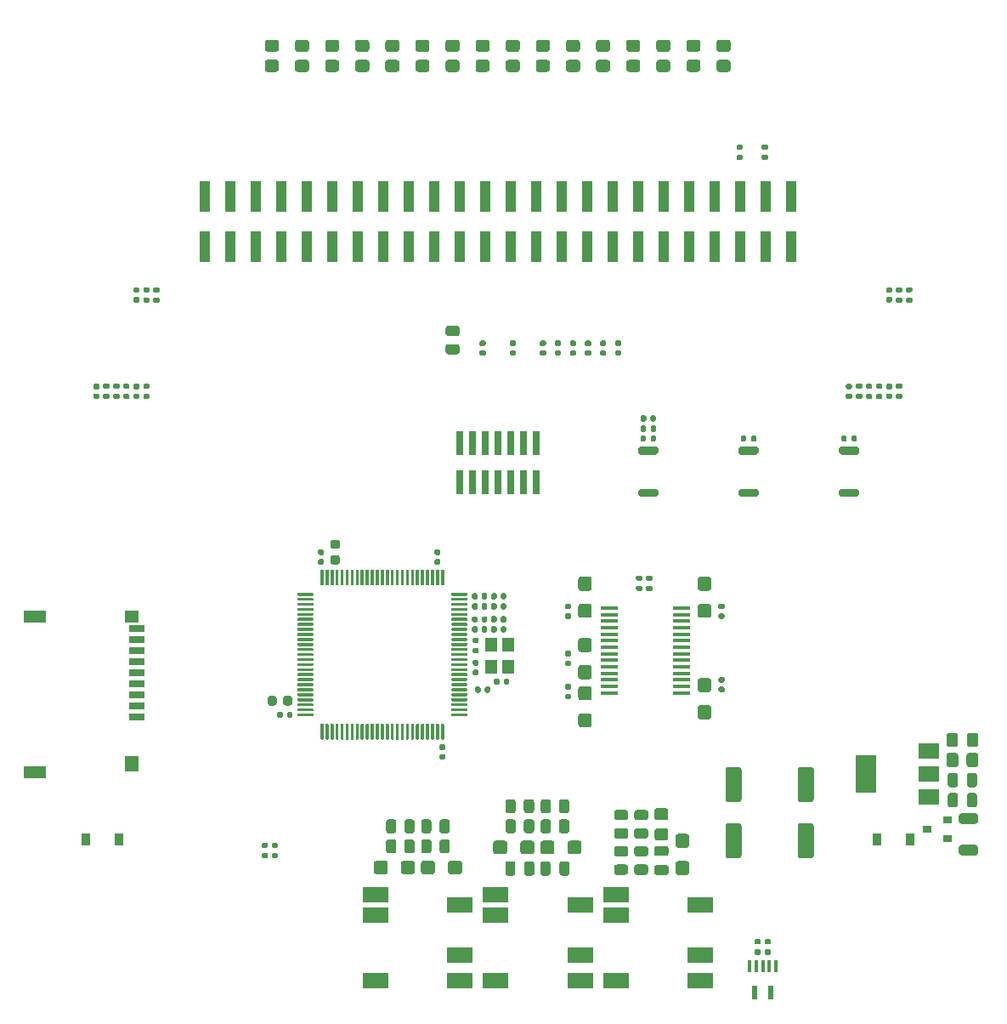
<source format=gbr>
%TF.GenerationSoftware,KiCad,Pcbnew,(5.1.8-0-10_14)*%
%TF.CreationDate,2021-11-08T19:43:21+01:00*%
%TF.ProjectId,KLST_SHEEP,4b4c5354-5f53-4484-9545-502e6b696361,0.1*%
%TF.SameCoordinates,Original*%
%TF.FileFunction,Paste,Top*%
%TF.FilePolarity,Positive*%
%FSLAX46Y46*%
G04 Gerber Fmt 4.6, Leading zero omitted, Abs format (unit mm)*
G04 Created by KiCad (PCBNEW (5.1.8-0-10_14)) date 2021-11-08 19:43:21*
%MOMM*%
%LPD*%
G01*
G04 APERTURE LIST*
%ADD10R,1.000000X3.150000*%
%ADD11R,0.740000X2.400000*%
%ADD12R,2.500000X1.600000*%
%ADD13R,0.400000X1.250000*%
%ADD14R,0.600000X1.350000*%
%ADD15R,1.600000X0.700000*%
%ADD16R,2.200000X1.200000*%
%ADD17R,1.400000X1.600000*%
%ADD18R,1.400000X1.200000*%
%ADD19R,1.200000X1.400000*%
%ADD20R,0.900000X1.200000*%
%ADD21R,1.750000X0.450000*%
%ADD22R,2.000000X3.800000*%
%ADD23R,2.000000X1.500000*%
%ADD24R,0.900000X0.800000*%
G04 APERTURE END LIST*
%TO.C,U1*%
G36*
G01*
X126975000Y-120525000D02*
X126975000Y-120675000D01*
G75*
G02*
X126900000Y-120750000I-75000J0D01*
G01*
X125450000Y-120750000D01*
G75*
G02*
X125375000Y-120675000I0J75000D01*
G01*
X125375000Y-120525000D01*
G75*
G02*
X125450000Y-120450000I75000J0D01*
G01*
X126900000Y-120450000D01*
G75*
G02*
X126975000Y-120525000I0J-75000D01*
G01*
G37*
G36*
G01*
X126975000Y-120025000D02*
X126975000Y-120175000D01*
G75*
G02*
X126900000Y-120250000I-75000J0D01*
G01*
X125450000Y-120250000D01*
G75*
G02*
X125375000Y-120175000I0J75000D01*
G01*
X125375000Y-120025000D01*
G75*
G02*
X125450000Y-119950000I75000J0D01*
G01*
X126900000Y-119950000D01*
G75*
G02*
X126975000Y-120025000I0J-75000D01*
G01*
G37*
G36*
G01*
X126975000Y-119525000D02*
X126975000Y-119675000D01*
G75*
G02*
X126900000Y-119750000I-75000J0D01*
G01*
X125450000Y-119750000D01*
G75*
G02*
X125375000Y-119675000I0J75000D01*
G01*
X125375000Y-119525000D01*
G75*
G02*
X125450000Y-119450000I75000J0D01*
G01*
X126900000Y-119450000D01*
G75*
G02*
X126975000Y-119525000I0J-75000D01*
G01*
G37*
G36*
G01*
X126975000Y-119025000D02*
X126975000Y-119175000D01*
G75*
G02*
X126900000Y-119250000I-75000J0D01*
G01*
X125450000Y-119250000D01*
G75*
G02*
X125375000Y-119175000I0J75000D01*
G01*
X125375000Y-119025000D01*
G75*
G02*
X125450000Y-118950000I75000J0D01*
G01*
X126900000Y-118950000D01*
G75*
G02*
X126975000Y-119025000I0J-75000D01*
G01*
G37*
G36*
G01*
X126975000Y-118525000D02*
X126975000Y-118675000D01*
G75*
G02*
X126900000Y-118750000I-75000J0D01*
G01*
X125450000Y-118750000D01*
G75*
G02*
X125375000Y-118675000I0J75000D01*
G01*
X125375000Y-118525000D01*
G75*
G02*
X125450000Y-118450000I75000J0D01*
G01*
X126900000Y-118450000D01*
G75*
G02*
X126975000Y-118525000I0J-75000D01*
G01*
G37*
G36*
G01*
X126975000Y-118025000D02*
X126975000Y-118175000D01*
G75*
G02*
X126900000Y-118250000I-75000J0D01*
G01*
X125450000Y-118250000D01*
G75*
G02*
X125375000Y-118175000I0J75000D01*
G01*
X125375000Y-118025000D01*
G75*
G02*
X125450000Y-117950000I75000J0D01*
G01*
X126900000Y-117950000D01*
G75*
G02*
X126975000Y-118025000I0J-75000D01*
G01*
G37*
G36*
G01*
X126975000Y-117525000D02*
X126975000Y-117675000D01*
G75*
G02*
X126900000Y-117750000I-75000J0D01*
G01*
X125450000Y-117750000D01*
G75*
G02*
X125375000Y-117675000I0J75000D01*
G01*
X125375000Y-117525000D01*
G75*
G02*
X125450000Y-117450000I75000J0D01*
G01*
X126900000Y-117450000D01*
G75*
G02*
X126975000Y-117525000I0J-75000D01*
G01*
G37*
G36*
G01*
X126975000Y-117025000D02*
X126975000Y-117175000D01*
G75*
G02*
X126900000Y-117250000I-75000J0D01*
G01*
X125450000Y-117250000D01*
G75*
G02*
X125375000Y-117175000I0J75000D01*
G01*
X125375000Y-117025000D01*
G75*
G02*
X125450000Y-116950000I75000J0D01*
G01*
X126900000Y-116950000D01*
G75*
G02*
X126975000Y-117025000I0J-75000D01*
G01*
G37*
G36*
G01*
X126975000Y-116525000D02*
X126975000Y-116675000D01*
G75*
G02*
X126900000Y-116750000I-75000J0D01*
G01*
X125450000Y-116750000D01*
G75*
G02*
X125375000Y-116675000I0J75000D01*
G01*
X125375000Y-116525000D01*
G75*
G02*
X125450000Y-116450000I75000J0D01*
G01*
X126900000Y-116450000D01*
G75*
G02*
X126975000Y-116525000I0J-75000D01*
G01*
G37*
G36*
G01*
X126975000Y-116025000D02*
X126975000Y-116175000D01*
G75*
G02*
X126900000Y-116250000I-75000J0D01*
G01*
X125450000Y-116250000D01*
G75*
G02*
X125375000Y-116175000I0J75000D01*
G01*
X125375000Y-116025000D01*
G75*
G02*
X125450000Y-115950000I75000J0D01*
G01*
X126900000Y-115950000D01*
G75*
G02*
X126975000Y-116025000I0J-75000D01*
G01*
G37*
G36*
G01*
X126975000Y-115525000D02*
X126975000Y-115675000D01*
G75*
G02*
X126900000Y-115750000I-75000J0D01*
G01*
X125450000Y-115750000D01*
G75*
G02*
X125375000Y-115675000I0J75000D01*
G01*
X125375000Y-115525000D01*
G75*
G02*
X125450000Y-115450000I75000J0D01*
G01*
X126900000Y-115450000D01*
G75*
G02*
X126975000Y-115525000I0J-75000D01*
G01*
G37*
G36*
G01*
X126975000Y-115025000D02*
X126975000Y-115175000D01*
G75*
G02*
X126900000Y-115250000I-75000J0D01*
G01*
X125450000Y-115250000D01*
G75*
G02*
X125375000Y-115175000I0J75000D01*
G01*
X125375000Y-115025000D01*
G75*
G02*
X125450000Y-114950000I75000J0D01*
G01*
X126900000Y-114950000D01*
G75*
G02*
X126975000Y-115025000I0J-75000D01*
G01*
G37*
G36*
G01*
X126975000Y-114525000D02*
X126975000Y-114675000D01*
G75*
G02*
X126900000Y-114750000I-75000J0D01*
G01*
X125450000Y-114750000D01*
G75*
G02*
X125375000Y-114675000I0J75000D01*
G01*
X125375000Y-114525000D01*
G75*
G02*
X125450000Y-114450000I75000J0D01*
G01*
X126900000Y-114450000D01*
G75*
G02*
X126975000Y-114525000I0J-75000D01*
G01*
G37*
G36*
G01*
X126975000Y-114025000D02*
X126975000Y-114175000D01*
G75*
G02*
X126900000Y-114250000I-75000J0D01*
G01*
X125450000Y-114250000D01*
G75*
G02*
X125375000Y-114175000I0J75000D01*
G01*
X125375000Y-114025000D01*
G75*
G02*
X125450000Y-113950000I75000J0D01*
G01*
X126900000Y-113950000D01*
G75*
G02*
X126975000Y-114025000I0J-75000D01*
G01*
G37*
G36*
G01*
X126975000Y-113525000D02*
X126975000Y-113675000D01*
G75*
G02*
X126900000Y-113750000I-75000J0D01*
G01*
X125450000Y-113750000D01*
G75*
G02*
X125375000Y-113675000I0J75000D01*
G01*
X125375000Y-113525000D01*
G75*
G02*
X125450000Y-113450000I75000J0D01*
G01*
X126900000Y-113450000D01*
G75*
G02*
X126975000Y-113525000I0J-75000D01*
G01*
G37*
G36*
G01*
X126975000Y-113025000D02*
X126975000Y-113175000D01*
G75*
G02*
X126900000Y-113250000I-75000J0D01*
G01*
X125450000Y-113250000D01*
G75*
G02*
X125375000Y-113175000I0J75000D01*
G01*
X125375000Y-113025000D01*
G75*
G02*
X125450000Y-112950000I75000J0D01*
G01*
X126900000Y-112950000D01*
G75*
G02*
X126975000Y-113025000I0J-75000D01*
G01*
G37*
G36*
G01*
X126975000Y-112525000D02*
X126975000Y-112675000D01*
G75*
G02*
X126900000Y-112750000I-75000J0D01*
G01*
X125450000Y-112750000D01*
G75*
G02*
X125375000Y-112675000I0J75000D01*
G01*
X125375000Y-112525000D01*
G75*
G02*
X125450000Y-112450000I75000J0D01*
G01*
X126900000Y-112450000D01*
G75*
G02*
X126975000Y-112525000I0J-75000D01*
G01*
G37*
G36*
G01*
X126975000Y-112025000D02*
X126975000Y-112175000D01*
G75*
G02*
X126900000Y-112250000I-75000J0D01*
G01*
X125450000Y-112250000D01*
G75*
G02*
X125375000Y-112175000I0J75000D01*
G01*
X125375000Y-112025000D01*
G75*
G02*
X125450000Y-111950000I75000J0D01*
G01*
X126900000Y-111950000D01*
G75*
G02*
X126975000Y-112025000I0J-75000D01*
G01*
G37*
G36*
G01*
X126975000Y-111525000D02*
X126975000Y-111675000D01*
G75*
G02*
X126900000Y-111750000I-75000J0D01*
G01*
X125450000Y-111750000D01*
G75*
G02*
X125375000Y-111675000I0J75000D01*
G01*
X125375000Y-111525000D01*
G75*
G02*
X125450000Y-111450000I75000J0D01*
G01*
X126900000Y-111450000D01*
G75*
G02*
X126975000Y-111525000I0J-75000D01*
G01*
G37*
G36*
G01*
X126975000Y-111025000D02*
X126975000Y-111175000D01*
G75*
G02*
X126900000Y-111250000I-75000J0D01*
G01*
X125450000Y-111250000D01*
G75*
G02*
X125375000Y-111175000I0J75000D01*
G01*
X125375000Y-111025000D01*
G75*
G02*
X125450000Y-110950000I75000J0D01*
G01*
X126900000Y-110950000D01*
G75*
G02*
X126975000Y-111025000I0J-75000D01*
G01*
G37*
G36*
G01*
X126975000Y-110525000D02*
X126975000Y-110675000D01*
G75*
G02*
X126900000Y-110750000I-75000J0D01*
G01*
X125450000Y-110750000D01*
G75*
G02*
X125375000Y-110675000I0J75000D01*
G01*
X125375000Y-110525000D01*
G75*
G02*
X125450000Y-110450000I75000J0D01*
G01*
X126900000Y-110450000D01*
G75*
G02*
X126975000Y-110525000I0J-75000D01*
G01*
G37*
G36*
G01*
X126975000Y-110025000D02*
X126975000Y-110175000D01*
G75*
G02*
X126900000Y-110250000I-75000J0D01*
G01*
X125450000Y-110250000D01*
G75*
G02*
X125375000Y-110175000I0J75000D01*
G01*
X125375000Y-110025000D01*
G75*
G02*
X125450000Y-109950000I75000J0D01*
G01*
X126900000Y-109950000D01*
G75*
G02*
X126975000Y-110025000I0J-75000D01*
G01*
G37*
G36*
G01*
X126975000Y-109525000D02*
X126975000Y-109675000D01*
G75*
G02*
X126900000Y-109750000I-75000J0D01*
G01*
X125450000Y-109750000D01*
G75*
G02*
X125375000Y-109675000I0J75000D01*
G01*
X125375000Y-109525000D01*
G75*
G02*
X125450000Y-109450000I75000J0D01*
G01*
X126900000Y-109450000D01*
G75*
G02*
X126975000Y-109525000I0J-75000D01*
G01*
G37*
G36*
G01*
X126975000Y-109025000D02*
X126975000Y-109175000D01*
G75*
G02*
X126900000Y-109250000I-75000J0D01*
G01*
X125450000Y-109250000D01*
G75*
G02*
X125375000Y-109175000I0J75000D01*
G01*
X125375000Y-109025000D01*
G75*
G02*
X125450000Y-108950000I75000J0D01*
G01*
X126900000Y-108950000D01*
G75*
G02*
X126975000Y-109025000I0J-75000D01*
G01*
G37*
G36*
G01*
X126975000Y-108525000D02*
X126975000Y-108675000D01*
G75*
G02*
X126900000Y-108750000I-75000J0D01*
G01*
X125450000Y-108750000D01*
G75*
G02*
X125375000Y-108675000I0J75000D01*
G01*
X125375000Y-108525000D01*
G75*
G02*
X125450000Y-108450000I75000J0D01*
G01*
X126900000Y-108450000D01*
G75*
G02*
X126975000Y-108525000I0J-75000D01*
G01*
G37*
G36*
G01*
X124650000Y-106200000D02*
X124650000Y-107650000D01*
G75*
G02*
X124575000Y-107725000I-75000J0D01*
G01*
X124425000Y-107725000D01*
G75*
G02*
X124350000Y-107650000I0J75000D01*
G01*
X124350000Y-106200000D01*
G75*
G02*
X124425000Y-106125000I75000J0D01*
G01*
X124575000Y-106125000D01*
G75*
G02*
X124650000Y-106200000I0J-75000D01*
G01*
G37*
G36*
G01*
X124150000Y-106200000D02*
X124150000Y-107650000D01*
G75*
G02*
X124075000Y-107725000I-75000J0D01*
G01*
X123925000Y-107725000D01*
G75*
G02*
X123850000Y-107650000I0J75000D01*
G01*
X123850000Y-106200000D01*
G75*
G02*
X123925000Y-106125000I75000J0D01*
G01*
X124075000Y-106125000D01*
G75*
G02*
X124150000Y-106200000I0J-75000D01*
G01*
G37*
G36*
G01*
X123650000Y-106200000D02*
X123650000Y-107650000D01*
G75*
G02*
X123575000Y-107725000I-75000J0D01*
G01*
X123425000Y-107725000D01*
G75*
G02*
X123350000Y-107650000I0J75000D01*
G01*
X123350000Y-106200000D01*
G75*
G02*
X123425000Y-106125000I75000J0D01*
G01*
X123575000Y-106125000D01*
G75*
G02*
X123650000Y-106200000I0J-75000D01*
G01*
G37*
G36*
G01*
X123150000Y-106200000D02*
X123150000Y-107650000D01*
G75*
G02*
X123075000Y-107725000I-75000J0D01*
G01*
X122925000Y-107725000D01*
G75*
G02*
X122850000Y-107650000I0J75000D01*
G01*
X122850000Y-106200000D01*
G75*
G02*
X122925000Y-106125000I75000J0D01*
G01*
X123075000Y-106125000D01*
G75*
G02*
X123150000Y-106200000I0J-75000D01*
G01*
G37*
G36*
G01*
X122650000Y-106200000D02*
X122650000Y-107650000D01*
G75*
G02*
X122575000Y-107725000I-75000J0D01*
G01*
X122425000Y-107725000D01*
G75*
G02*
X122350000Y-107650000I0J75000D01*
G01*
X122350000Y-106200000D01*
G75*
G02*
X122425000Y-106125000I75000J0D01*
G01*
X122575000Y-106125000D01*
G75*
G02*
X122650000Y-106200000I0J-75000D01*
G01*
G37*
G36*
G01*
X122150000Y-106200000D02*
X122150000Y-107650000D01*
G75*
G02*
X122075000Y-107725000I-75000J0D01*
G01*
X121925000Y-107725000D01*
G75*
G02*
X121850000Y-107650000I0J75000D01*
G01*
X121850000Y-106200000D01*
G75*
G02*
X121925000Y-106125000I75000J0D01*
G01*
X122075000Y-106125000D01*
G75*
G02*
X122150000Y-106200000I0J-75000D01*
G01*
G37*
G36*
G01*
X121650000Y-106200000D02*
X121650000Y-107650000D01*
G75*
G02*
X121575000Y-107725000I-75000J0D01*
G01*
X121425000Y-107725000D01*
G75*
G02*
X121350000Y-107650000I0J75000D01*
G01*
X121350000Y-106200000D01*
G75*
G02*
X121425000Y-106125000I75000J0D01*
G01*
X121575000Y-106125000D01*
G75*
G02*
X121650000Y-106200000I0J-75000D01*
G01*
G37*
G36*
G01*
X121150000Y-106200000D02*
X121150000Y-107650000D01*
G75*
G02*
X121075000Y-107725000I-75000J0D01*
G01*
X120925000Y-107725000D01*
G75*
G02*
X120850000Y-107650000I0J75000D01*
G01*
X120850000Y-106200000D01*
G75*
G02*
X120925000Y-106125000I75000J0D01*
G01*
X121075000Y-106125000D01*
G75*
G02*
X121150000Y-106200000I0J-75000D01*
G01*
G37*
G36*
G01*
X120650000Y-106200000D02*
X120650000Y-107650000D01*
G75*
G02*
X120575000Y-107725000I-75000J0D01*
G01*
X120425000Y-107725000D01*
G75*
G02*
X120350000Y-107650000I0J75000D01*
G01*
X120350000Y-106200000D01*
G75*
G02*
X120425000Y-106125000I75000J0D01*
G01*
X120575000Y-106125000D01*
G75*
G02*
X120650000Y-106200000I0J-75000D01*
G01*
G37*
G36*
G01*
X120150000Y-106200000D02*
X120150000Y-107650000D01*
G75*
G02*
X120075000Y-107725000I-75000J0D01*
G01*
X119925000Y-107725000D01*
G75*
G02*
X119850000Y-107650000I0J75000D01*
G01*
X119850000Y-106200000D01*
G75*
G02*
X119925000Y-106125000I75000J0D01*
G01*
X120075000Y-106125000D01*
G75*
G02*
X120150000Y-106200000I0J-75000D01*
G01*
G37*
G36*
G01*
X119650000Y-106200000D02*
X119650000Y-107650000D01*
G75*
G02*
X119575000Y-107725000I-75000J0D01*
G01*
X119425000Y-107725000D01*
G75*
G02*
X119350000Y-107650000I0J75000D01*
G01*
X119350000Y-106200000D01*
G75*
G02*
X119425000Y-106125000I75000J0D01*
G01*
X119575000Y-106125000D01*
G75*
G02*
X119650000Y-106200000I0J-75000D01*
G01*
G37*
G36*
G01*
X119150000Y-106200000D02*
X119150000Y-107650000D01*
G75*
G02*
X119075000Y-107725000I-75000J0D01*
G01*
X118925000Y-107725000D01*
G75*
G02*
X118850000Y-107650000I0J75000D01*
G01*
X118850000Y-106200000D01*
G75*
G02*
X118925000Y-106125000I75000J0D01*
G01*
X119075000Y-106125000D01*
G75*
G02*
X119150000Y-106200000I0J-75000D01*
G01*
G37*
G36*
G01*
X118650000Y-106200000D02*
X118650000Y-107650000D01*
G75*
G02*
X118575000Y-107725000I-75000J0D01*
G01*
X118425000Y-107725000D01*
G75*
G02*
X118350000Y-107650000I0J75000D01*
G01*
X118350000Y-106200000D01*
G75*
G02*
X118425000Y-106125000I75000J0D01*
G01*
X118575000Y-106125000D01*
G75*
G02*
X118650000Y-106200000I0J-75000D01*
G01*
G37*
G36*
G01*
X118150000Y-106200000D02*
X118150000Y-107650000D01*
G75*
G02*
X118075000Y-107725000I-75000J0D01*
G01*
X117925000Y-107725000D01*
G75*
G02*
X117850000Y-107650000I0J75000D01*
G01*
X117850000Y-106200000D01*
G75*
G02*
X117925000Y-106125000I75000J0D01*
G01*
X118075000Y-106125000D01*
G75*
G02*
X118150000Y-106200000I0J-75000D01*
G01*
G37*
G36*
G01*
X117650000Y-106200000D02*
X117650000Y-107650000D01*
G75*
G02*
X117575000Y-107725000I-75000J0D01*
G01*
X117425000Y-107725000D01*
G75*
G02*
X117350000Y-107650000I0J75000D01*
G01*
X117350000Y-106200000D01*
G75*
G02*
X117425000Y-106125000I75000J0D01*
G01*
X117575000Y-106125000D01*
G75*
G02*
X117650000Y-106200000I0J-75000D01*
G01*
G37*
G36*
G01*
X117150000Y-106200000D02*
X117150000Y-107650000D01*
G75*
G02*
X117075000Y-107725000I-75000J0D01*
G01*
X116925000Y-107725000D01*
G75*
G02*
X116850000Y-107650000I0J75000D01*
G01*
X116850000Y-106200000D01*
G75*
G02*
X116925000Y-106125000I75000J0D01*
G01*
X117075000Y-106125000D01*
G75*
G02*
X117150000Y-106200000I0J-75000D01*
G01*
G37*
G36*
G01*
X116650000Y-106200000D02*
X116650000Y-107650000D01*
G75*
G02*
X116575000Y-107725000I-75000J0D01*
G01*
X116425000Y-107725000D01*
G75*
G02*
X116350000Y-107650000I0J75000D01*
G01*
X116350000Y-106200000D01*
G75*
G02*
X116425000Y-106125000I75000J0D01*
G01*
X116575000Y-106125000D01*
G75*
G02*
X116650000Y-106200000I0J-75000D01*
G01*
G37*
G36*
G01*
X116150000Y-106200000D02*
X116150000Y-107650000D01*
G75*
G02*
X116075000Y-107725000I-75000J0D01*
G01*
X115925000Y-107725000D01*
G75*
G02*
X115850000Y-107650000I0J75000D01*
G01*
X115850000Y-106200000D01*
G75*
G02*
X115925000Y-106125000I75000J0D01*
G01*
X116075000Y-106125000D01*
G75*
G02*
X116150000Y-106200000I0J-75000D01*
G01*
G37*
G36*
G01*
X115650000Y-106200000D02*
X115650000Y-107650000D01*
G75*
G02*
X115575000Y-107725000I-75000J0D01*
G01*
X115425000Y-107725000D01*
G75*
G02*
X115350000Y-107650000I0J75000D01*
G01*
X115350000Y-106200000D01*
G75*
G02*
X115425000Y-106125000I75000J0D01*
G01*
X115575000Y-106125000D01*
G75*
G02*
X115650000Y-106200000I0J-75000D01*
G01*
G37*
G36*
G01*
X115150000Y-106200000D02*
X115150000Y-107650000D01*
G75*
G02*
X115075000Y-107725000I-75000J0D01*
G01*
X114925000Y-107725000D01*
G75*
G02*
X114850000Y-107650000I0J75000D01*
G01*
X114850000Y-106200000D01*
G75*
G02*
X114925000Y-106125000I75000J0D01*
G01*
X115075000Y-106125000D01*
G75*
G02*
X115150000Y-106200000I0J-75000D01*
G01*
G37*
G36*
G01*
X114650000Y-106200000D02*
X114650000Y-107650000D01*
G75*
G02*
X114575000Y-107725000I-75000J0D01*
G01*
X114425000Y-107725000D01*
G75*
G02*
X114350000Y-107650000I0J75000D01*
G01*
X114350000Y-106200000D01*
G75*
G02*
X114425000Y-106125000I75000J0D01*
G01*
X114575000Y-106125000D01*
G75*
G02*
X114650000Y-106200000I0J-75000D01*
G01*
G37*
G36*
G01*
X114150000Y-106200000D02*
X114150000Y-107650000D01*
G75*
G02*
X114075000Y-107725000I-75000J0D01*
G01*
X113925000Y-107725000D01*
G75*
G02*
X113850000Y-107650000I0J75000D01*
G01*
X113850000Y-106200000D01*
G75*
G02*
X113925000Y-106125000I75000J0D01*
G01*
X114075000Y-106125000D01*
G75*
G02*
X114150000Y-106200000I0J-75000D01*
G01*
G37*
G36*
G01*
X113650000Y-106200000D02*
X113650000Y-107650000D01*
G75*
G02*
X113575000Y-107725000I-75000J0D01*
G01*
X113425000Y-107725000D01*
G75*
G02*
X113350000Y-107650000I0J75000D01*
G01*
X113350000Y-106200000D01*
G75*
G02*
X113425000Y-106125000I75000J0D01*
G01*
X113575000Y-106125000D01*
G75*
G02*
X113650000Y-106200000I0J-75000D01*
G01*
G37*
G36*
G01*
X113150000Y-106200000D02*
X113150000Y-107650000D01*
G75*
G02*
X113075000Y-107725000I-75000J0D01*
G01*
X112925000Y-107725000D01*
G75*
G02*
X112850000Y-107650000I0J75000D01*
G01*
X112850000Y-106200000D01*
G75*
G02*
X112925000Y-106125000I75000J0D01*
G01*
X113075000Y-106125000D01*
G75*
G02*
X113150000Y-106200000I0J-75000D01*
G01*
G37*
G36*
G01*
X112650000Y-106200000D02*
X112650000Y-107650000D01*
G75*
G02*
X112575000Y-107725000I-75000J0D01*
G01*
X112425000Y-107725000D01*
G75*
G02*
X112350000Y-107650000I0J75000D01*
G01*
X112350000Y-106200000D01*
G75*
G02*
X112425000Y-106125000I75000J0D01*
G01*
X112575000Y-106125000D01*
G75*
G02*
X112650000Y-106200000I0J-75000D01*
G01*
G37*
G36*
G01*
X111625000Y-108525000D02*
X111625000Y-108675000D01*
G75*
G02*
X111550000Y-108750000I-75000J0D01*
G01*
X110100000Y-108750000D01*
G75*
G02*
X110025000Y-108675000I0J75000D01*
G01*
X110025000Y-108525000D01*
G75*
G02*
X110100000Y-108450000I75000J0D01*
G01*
X111550000Y-108450000D01*
G75*
G02*
X111625000Y-108525000I0J-75000D01*
G01*
G37*
G36*
G01*
X111625000Y-109025000D02*
X111625000Y-109175000D01*
G75*
G02*
X111550000Y-109250000I-75000J0D01*
G01*
X110100000Y-109250000D01*
G75*
G02*
X110025000Y-109175000I0J75000D01*
G01*
X110025000Y-109025000D01*
G75*
G02*
X110100000Y-108950000I75000J0D01*
G01*
X111550000Y-108950000D01*
G75*
G02*
X111625000Y-109025000I0J-75000D01*
G01*
G37*
G36*
G01*
X111625000Y-109525000D02*
X111625000Y-109675000D01*
G75*
G02*
X111550000Y-109750000I-75000J0D01*
G01*
X110100000Y-109750000D01*
G75*
G02*
X110025000Y-109675000I0J75000D01*
G01*
X110025000Y-109525000D01*
G75*
G02*
X110100000Y-109450000I75000J0D01*
G01*
X111550000Y-109450000D01*
G75*
G02*
X111625000Y-109525000I0J-75000D01*
G01*
G37*
G36*
G01*
X111625000Y-110025000D02*
X111625000Y-110175000D01*
G75*
G02*
X111550000Y-110250000I-75000J0D01*
G01*
X110100000Y-110250000D01*
G75*
G02*
X110025000Y-110175000I0J75000D01*
G01*
X110025000Y-110025000D01*
G75*
G02*
X110100000Y-109950000I75000J0D01*
G01*
X111550000Y-109950000D01*
G75*
G02*
X111625000Y-110025000I0J-75000D01*
G01*
G37*
G36*
G01*
X111625000Y-110525000D02*
X111625000Y-110675000D01*
G75*
G02*
X111550000Y-110750000I-75000J0D01*
G01*
X110100000Y-110750000D01*
G75*
G02*
X110025000Y-110675000I0J75000D01*
G01*
X110025000Y-110525000D01*
G75*
G02*
X110100000Y-110450000I75000J0D01*
G01*
X111550000Y-110450000D01*
G75*
G02*
X111625000Y-110525000I0J-75000D01*
G01*
G37*
G36*
G01*
X111625000Y-111025000D02*
X111625000Y-111175000D01*
G75*
G02*
X111550000Y-111250000I-75000J0D01*
G01*
X110100000Y-111250000D01*
G75*
G02*
X110025000Y-111175000I0J75000D01*
G01*
X110025000Y-111025000D01*
G75*
G02*
X110100000Y-110950000I75000J0D01*
G01*
X111550000Y-110950000D01*
G75*
G02*
X111625000Y-111025000I0J-75000D01*
G01*
G37*
G36*
G01*
X111625000Y-111525000D02*
X111625000Y-111675000D01*
G75*
G02*
X111550000Y-111750000I-75000J0D01*
G01*
X110100000Y-111750000D01*
G75*
G02*
X110025000Y-111675000I0J75000D01*
G01*
X110025000Y-111525000D01*
G75*
G02*
X110100000Y-111450000I75000J0D01*
G01*
X111550000Y-111450000D01*
G75*
G02*
X111625000Y-111525000I0J-75000D01*
G01*
G37*
G36*
G01*
X111625000Y-112025000D02*
X111625000Y-112175000D01*
G75*
G02*
X111550000Y-112250000I-75000J0D01*
G01*
X110100000Y-112250000D01*
G75*
G02*
X110025000Y-112175000I0J75000D01*
G01*
X110025000Y-112025000D01*
G75*
G02*
X110100000Y-111950000I75000J0D01*
G01*
X111550000Y-111950000D01*
G75*
G02*
X111625000Y-112025000I0J-75000D01*
G01*
G37*
G36*
G01*
X111625000Y-112525000D02*
X111625000Y-112675000D01*
G75*
G02*
X111550000Y-112750000I-75000J0D01*
G01*
X110100000Y-112750000D01*
G75*
G02*
X110025000Y-112675000I0J75000D01*
G01*
X110025000Y-112525000D01*
G75*
G02*
X110100000Y-112450000I75000J0D01*
G01*
X111550000Y-112450000D01*
G75*
G02*
X111625000Y-112525000I0J-75000D01*
G01*
G37*
G36*
G01*
X111625000Y-113025000D02*
X111625000Y-113175000D01*
G75*
G02*
X111550000Y-113250000I-75000J0D01*
G01*
X110100000Y-113250000D01*
G75*
G02*
X110025000Y-113175000I0J75000D01*
G01*
X110025000Y-113025000D01*
G75*
G02*
X110100000Y-112950000I75000J0D01*
G01*
X111550000Y-112950000D01*
G75*
G02*
X111625000Y-113025000I0J-75000D01*
G01*
G37*
G36*
G01*
X111625000Y-113525000D02*
X111625000Y-113675000D01*
G75*
G02*
X111550000Y-113750000I-75000J0D01*
G01*
X110100000Y-113750000D01*
G75*
G02*
X110025000Y-113675000I0J75000D01*
G01*
X110025000Y-113525000D01*
G75*
G02*
X110100000Y-113450000I75000J0D01*
G01*
X111550000Y-113450000D01*
G75*
G02*
X111625000Y-113525000I0J-75000D01*
G01*
G37*
G36*
G01*
X111625000Y-114025000D02*
X111625000Y-114175000D01*
G75*
G02*
X111550000Y-114250000I-75000J0D01*
G01*
X110100000Y-114250000D01*
G75*
G02*
X110025000Y-114175000I0J75000D01*
G01*
X110025000Y-114025000D01*
G75*
G02*
X110100000Y-113950000I75000J0D01*
G01*
X111550000Y-113950000D01*
G75*
G02*
X111625000Y-114025000I0J-75000D01*
G01*
G37*
G36*
G01*
X111625000Y-114525000D02*
X111625000Y-114675000D01*
G75*
G02*
X111550000Y-114750000I-75000J0D01*
G01*
X110100000Y-114750000D01*
G75*
G02*
X110025000Y-114675000I0J75000D01*
G01*
X110025000Y-114525000D01*
G75*
G02*
X110100000Y-114450000I75000J0D01*
G01*
X111550000Y-114450000D01*
G75*
G02*
X111625000Y-114525000I0J-75000D01*
G01*
G37*
G36*
G01*
X111625000Y-115025000D02*
X111625000Y-115175000D01*
G75*
G02*
X111550000Y-115250000I-75000J0D01*
G01*
X110100000Y-115250000D01*
G75*
G02*
X110025000Y-115175000I0J75000D01*
G01*
X110025000Y-115025000D01*
G75*
G02*
X110100000Y-114950000I75000J0D01*
G01*
X111550000Y-114950000D01*
G75*
G02*
X111625000Y-115025000I0J-75000D01*
G01*
G37*
G36*
G01*
X111625000Y-115525000D02*
X111625000Y-115675000D01*
G75*
G02*
X111550000Y-115750000I-75000J0D01*
G01*
X110100000Y-115750000D01*
G75*
G02*
X110025000Y-115675000I0J75000D01*
G01*
X110025000Y-115525000D01*
G75*
G02*
X110100000Y-115450000I75000J0D01*
G01*
X111550000Y-115450000D01*
G75*
G02*
X111625000Y-115525000I0J-75000D01*
G01*
G37*
G36*
G01*
X111625000Y-116025000D02*
X111625000Y-116175000D01*
G75*
G02*
X111550000Y-116250000I-75000J0D01*
G01*
X110100000Y-116250000D01*
G75*
G02*
X110025000Y-116175000I0J75000D01*
G01*
X110025000Y-116025000D01*
G75*
G02*
X110100000Y-115950000I75000J0D01*
G01*
X111550000Y-115950000D01*
G75*
G02*
X111625000Y-116025000I0J-75000D01*
G01*
G37*
G36*
G01*
X111625000Y-116525000D02*
X111625000Y-116675000D01*
G75*
G02*
X111550000Y-116750000I-75000J0D01*
G01*
X110100000Y-116750000D01*
G75*
G02*
X110025000Y-116675000I0J75000D01*
G01*
X110025000Y-116525000D01*
G75*
G02*
X110100000Y-116450000I75000J0D01*
G01*
X111550000Y-116450000D01*
G75*
G02*
X111625000Y-116525000I0J-75000D01*
G01*
G37*
G36*
G01*
X111625000Y-117025000D02*
X111625000Y-117175000D01*
G75*
G02*
X111550000Y-117250000I-75000J0D01*
G01*
X110100000Y-117250000D01*
G75*
G02*
X110025000Y-117175000I0J75000D01*
G01*
X110025000Y-117025000D01*
G75*
G02*
X110100000Y-116950000I75000J0D01*
G01*
X111550000Y-116950000D01*
G75*
G02*
X111625000Y-117025000I0J-75000D01*
G01*
G37*
G36*
G01*
X111625000Y-117525000D02*
X111625000Y-117675000D01*
G75*
G02*
X111550000Y-117750000I-75000J0D01*
G01*
X110100000Y-117750000D01*
G75*
G02*
X110025000Y-117675000I0J75000D01*
G01*
X110025000Y-117525000D01*
G75*
G02*
X110100000Y-117450000I75000J0D01*
G01*
X111550000Y-117450000D01*
G75*
G02*
X111625000Y-117525000I0J-75000D01*
G01*
G37*
G36*
G01*
X111625000Y-118025000D02*
X111625000Y-118175000D01*
G75*
G02*
X111550000Y-118250000I-75000J0D01*
G01*
X110100000Y-118250000D01*
G75*
G02*
X110025000Y-118175000I0J75000D01*
G01*
X110025000Y-118025000D01*
G75*
G02*
X110100000Y-117950000I75000J0D01*
G01*
X111550000Y-117950000D01*
G75*
G02*
X111625000Y-118025000I0J-75000D01*
G01*
G37*
G36*
G01*
X111625000Y-118525000D02*
X111625000Y-118675000D01*
G75*
G02*
X111550000Y-118750000I-75000J0D01*
G01*
X110100000Y-118750000D01*
G75*
G02*
X110025000Y-118675000I0J75000D01*
G01*
X110025000Y-118525000D01*
G75*
G02*
X110100000Y-118450000I75000J0D01*
G01*
X111550000Y-118450000D01*
G75*
G02*
X111625000Y-118525000I0J-75000D01*
G01*
G37*
G36*
G01*
X111625000Y-119025000D02*
X111625000Y-119175000D01*
G75*
G02*
X111550000Y-119250000I-75000J0D01*
G01*
X110100000Y-119250000D01*
G75*
G02*
X110025000Y-119175000I0J75000D01*
G01*
X110025000Y-119025000D01*
G75*
G02*
X110100000Y-118950000I75000J0D01*
G01*
X111550000Y-118950000D01*
G75*
G02*
X111625000Y-119025000I0J-75000D01*
G01*
G37*
G36*
G01*
X111625000Y-119525000D02*
X111625000Y-119675000D01*
G75*
G02*
X111550000Y-119750000I-75000J0D01*
G01*
X110100000Y-119750000D01*
G75*
G02*
X110025000Y-119675000I0J75000D01*
G01*
X110025000Y-119525000D01*
G75*
G02*
X110100000Y-119450000I75000J0D01*
G01*
X111550000Y-119450000D01*
G75*
G02*
X111625000Y-119525000I0J-75000D01*
G01*
G37*
G36*
G01*
X111625000Y-120025000D02*
X111625000Y-120175000D01*
G75*
G02*
X111550000Y-120250000I-75000J0D01*
G01*
X110100000Y-120250000D01*
G75*
G02*
X110025000Y-120175000I0J75000D01*
G01*
X110025000Y-120025000D01*
G75*
G02*
X110100000Y-119950000I75000J0D01*
G01*
X111550000Y-119950000D01*
G75*
G02*
X111625000Y-120025000I0J-75000D01*
G01*
G37*
G36*
G01*
X111625000Y-120525000D02*
X111625000Y-120675000D01*
G75*
G02*
X111550000Y-120750000I-75000J0D01*
G01*
X110100000Y-120750000D01*
G75*
G02*
X110025000Y-120675000I0J75000D01*
G01*
X110025000Y-120525000D01*
G75*
G02*
X110100000Y-120450000I75000J0D01*
G01*
X111550000Y-120450000D01*
G75*
G02*
X111625000Y-120525000I0J-75000D01*
G01*
G37*
G36*
G01*
X112650000Y-121550000D02*
X112650000Y-123000000D01*
G75*
G02*
X112575000Y-123075000I-75000J0D01*
G01*
X112425000Y-123075000D01*
G75*
G02*
X112350000Y-123000000I0J75000D01*
G01*
X112350000Y-121550000D01*
G75*
G02*
X112425000Y-121475000I75000J0D01*
G01*
X112575000Y-121475000D01*
G75*
G02*
X112650000Y-121550000I0J-75000D01*
G01*
G37*
G36*
G01*
X113150000Y-121550000D02*
X113150000Y-123000000D01*
G75*
G02*
X113075000Y-123075000I-75000J0D01*
G01*
X112925000Y-123075000D01*
G75*
G02*
X112850000Y-123000000I0J75000D01*
G01*
X112850000Y-121550000D01*
G75*
G02*
X112925000Y-121475000I75000J0D01*
G01*
X113075000Y-121475000D01*
G75*
G02*
X113150000Y-121550000I0J-75000D01*
G01*
G37*
G36*
G01*
X113650000Y-121550000D02*
X113650000Y-123000000D01*
G75*
G02*
X113575000Y-123075000I-75000J0D01*
G01*
X113425000Y-123075000D01*
G75*
G02*
X113350000Y-123000000I0J75000D01*
G01*
X113350000Y-121550000D01*
G75*
G02*
X113425000Y-121475000I75000J0D01*
G01*
X113575000Y-121475000D01*
G75*
G02*
X113650000Y-121550000I0J-75000D01*
G01*
G37*
G36*
G01*
X114150000Y-121550000D02*
X114150000Y-123000000D01*
G75*
G02*
X114075000Y-123075000I-75000J0D01*
G01*
X113925000Y-123075000D01*
G75*
G02*
X113850000Y-123000000I0J75000D01*
G01*
X113850000Y-121550000D01*
G75*
G02*
X113925000Y-121475000I75000J0D01*
G01*
X114075000Y-121475000D01*
G75*
G02*
X114150000Y-121550000I0J-75000D01*
G01*
G37*
G36*
G01*
X114650000Y-121550000D02*
X114650000Y-123000000D01*
G75*
G02*
X114575000Y-123075000I-75000J0D01*
G01*
X114425000Y-123075000D01*
G75*
G02*
X114350000Y-123000000I0J75000D01*
G01*
X114350000Y-121550000D01*
G75*
G02*
X114425000Y-121475000I75000J0D01*
G01*
X114575000Y-121475000D01*
G75*
G02*
X114650000Y-121550000I0J-75000D01*
G01*
G37*
G36*
G01*
X115150000Y-121550000D02*
X115150000Y-123000000D01*
G75*
G02*
X115075000Y-123075000I-75000J0D01*
G01*
X114925000Y-123075000D01*
G75*
G02*
X114850000Y-123000000I0J75000D01*
G01*
X114850000Y-121550000D01*
G75*
G02*
X114925000Y-121475000I75000J0D01*
G01*
X115075000Y-121475000D01*
G75*
G02*
X115150000Y-121550000I0J-75000D01*
G01*
G37*
G36*
G01*
X115650000Y-121550000D02*
X115650000Y-123000000D01*
G75*
G02*
X115575000Y-123075000I-75000J0D01*
G01*
X115425000Y-123075000D01*
G75*
G02*
X115350000Y-123000000I0J75000D01*
G01*
X115350000Y-121550000D01*
G75*
G02*
X115425000Y-121475000I75000J0D01*
G01*
X115575000Y-121475000D01*
G75*
G02*
X115650000Y-121550000I0J-75000D01*
G01*
G37*
G36*
G01*
X116150000Y-121550000D02*
X116150000Y-123000000D01*
G75*
G02*
X116075000Y-123075000I-75000J0D01*
G01*
X115925000Y-123075000D01*
G75*
G02*
X115850000Y-123000000I0J75000D01*
G01*
X115850000Y-121550000D01*
G75*
G02*
X115925000Y-121475000I75000J0D01*
G01*
X116075000Y-121475000D01*
G75*
G02*
X116150000Y-121550000I0J-75000D01*
G01*
G37*
G36*
G01*
X116650000Y-121550000D02*
X116650000Y-123000000D01*
G75*
G02*
X116575000Y-123075000I-75000J0D01*
G01*
X116425000Y-123075000D01*
G75*
G02*
X116350000Y-123000000I0J75000D01*
G01*
X116350000Y-121550000D01*
G75*
G02*
X116425000Y-121475000I75000J0D01*
G01*
X116575000Y-121475000D01*
G75*
G02*
X116650000Y-121550000I0J-75000D01*
G01*
G37*
G36*
G01*
X117150000Y-121550000D02*
X117150000Y-123000000D01*
G75*
G02*
X117075000Y-123075000I-75000J0D01*
G01*
X116925000Y-123075000D01*
G75*
G02*
X116850000Y-123000000I0J75000D01*
G01*
X116850000Y-121550000D01*
G75*
G02*
X116925000Y-121475000I75000J0D01*
G01*
X117075000Y-121475000D01*
G75*
G02*
X117150000Y-121550000I0J-75000D01*
G01*
G37*
G36*
G01*
X117650000Y-121550000D02*
X117650000Y-123000000D01*
G75*
G02*
X117575000Y-123075000I-75000J0D01*
G01*
X117425000Y-123075000D01*
G75*
G02*
X117350000Y-123000000I0J75000D01*
G01*
X117350000Y-121550000D01*
G75*
G02*
X117425000Y-121475000I75000J0D01*
G01*
X117575000Y-121475000D01*
G75*
G02*
X117650000Y-121550000I0J-75000D01*
G01*
G37*
G36*
G01*
X118150000Y-121550000D02*
X118150000Y-123000000D01*
G75*
G02*
X118075000Y-123075000I-75000J0D01*
G01*
X117925000Y-123075000D01*
G75*
G02*
X117850000Y-123000000I0J75000D01*
G01*
X117850000Y-121550000D01*
G75*
G02*
X117925000Y-121475000I75000J0D01*
G01*
X118075000Y-121475000D01*
G75*
G02*
X118150000Y-121550000I0J-75000D01*
G01*
G37*
G36*
G01*
X118650000Y-121550000D02*
X118650000Y-123000000D01*
G75*
G02*
X118575000Y-123075000I-75000J0D01*
G01*
X118425000Y-123075000D01*
G75*
G02*
X118350000Y-123000000I0J75000D01*
G01*
X118350000Y-121550000D01*
G75*
G02*
X118425000Y-121475000I75000J0D01*
G01*
X118575000Y-121475000D01*
G75*
G02*
X118650000Y-121550000I0J-75000D01*
G01*
G37*
G36*
G01*
X119150000Y-121550000D02*
X119150000Y-123000000D01*
G75*
G02*
X119075000Y-123075000I-75000J0D01*
G01*
X118925000Y-123075000D01*
G75*
G02*
X118850000Y-123000000I0J75000D01*
G01*
X118850000Y-121550000D01*
G75*
G02*
X118925000Y-121475000I75000J0D01*
G01*
X119075000Y-121475000D01*
G75*
G02*
X119150000Y-121550000I0J-75000D01*
G01*
G37*
G36*
G01*
X119650000Y-121550000D02*
X119650000Y-123000000D01*
G75*
G02*
X119575000Y-123075000I-75000J0D01*
G01*
X119425000Y-123075000D01*
G75*
G02*
X119350000Y-123000000I0J75000D01*
G01*
X119350000Y-121550000D01*
G75*
G02*
X119425000Y-121475000I75000J0D01*
G01*
X119575000Y-121475000D01*
G75*
G02*
X119650000Y-121550000I0J-75000D01*
G01*
G37*
G36*
G01*
X120150000Y-121550000D02*
X120150000Y-123000000D01*
G75*
G02*
X120075000Y-123075000I-75000J0D01*
G01*
X119925000Y-123075000D01*
G75*
G02*
X119850000Y-123000000I0J75000D01*
G01*
X119850000Y-121550000D01*
G75*
G02*
X119925000Y-121475000I75000J0D01*
G01*
X120075000Y-121475000D01*
G75*
G02*
X120150000Y-121550000I0J-75000D01*
G01*
G37*
G36*
G01*
X120650000Y-121550000D02*
X120650000Y-123000000D01*
G75*
G02*
X120575000Y-123075000I-75000J0D01*
G01*
X120425000Y-123075000D01*
G75*
G02*
X120350000Y-123000000I0J75000D01*
G01*
X120350000Y-121550000D01*
G75*
G02*
X120425000Y-121475000I75000J0D01*
G01*
X120575000Y-121475000D01*
G75*
G02*
X120650000Y-121550000I0J-75000D01*
G01*
G37*
G36*
G01*
X121150000Y-121550000D02*
X121150000Y-123000000D01*
G75*
G02*
X121075000Y-123075000I-75000J0D01*
G01*
X120925000Y-123075000D01*
G75*
G02*
X120850000Y-123000000I0J75000D01*
G01*
X120850000Y-121550000D01*
G75*
G02*
X120925000Y-121475000I75000J0D01*
G01*
X121075000Y-121475000D01*
G75*
G02*
X121150000Y-121550000I0J-75000D01*
G01*
G37*
G36*
G01*
X121650000Y-121550000D02*
X121650000Y-123000000D01*
G75*
G02*
X121575000Y-123075000I-75000J0D01*
G01*
X121425000Y-123075000D01*
G75*
G02*
X121350000Y-123000000I0J75000D01*
G01*
X121350000Y-121550000D01*
G75*
G02*
X121425000Y-121475000I75000J0D01*
G01*
X121575000Y-121475000D01*
G75*
G02*
X121650000Y-121550000I0J-75000D01*
G01*
G37*
G36*
G01*
X122150000Y-121550000D02*
X122150000Y-123000000D01*
G75*
G02*
X122075000Y-123075000I-75000J0D01*
G01*
X121925000Y-123075000D01*
G75*
G02*
X121850000Y-123000000I0J75000D01*
G01*
X121850000Y-121550000D01*
G75*
G02*
X121925000Y-121475000I75000J0D01*
G01*
X122075000Y-121475000D01*
G75*
G02*
X122150000Y-121550000I0J-75000D01*
G01*
G37*
G36*
G01*
X122650000Y-121550000D02*
X122650000Y-123000000D01*
G75*
G02*
X122575000Y-123075000I-75000J0D01*
G01*
X122425000Y-123075000D01*
G75*
G02*
X122350000Y-123000000I0J75000D01*
G01*
X122350000Y-121550000D01*
G75*
G02*
X122425000Y-121475000I75000J0D01*
G01*
X122575000Y-121475000D01*
G75*
G02*
X122650000Y-121550000I0J-75000D01*
G01*
G37*
G36*
G01*
X123150000Y-121550000D02*
X123150000Y-123000000D01*
G75*
G02*
X123075000Y-123075000I-75000J0D01*
G01*
X122925000Y-123075000D01*
G75*
G02*
X122850000Y-123000000I0J75000D01*
G01*
X122850000Y-121550000D01*
G75*
G02*
X122925000Y-121475000I75000J0D01*
G01*
X123075000Y-121475000D01*
G75*
G02*
X123150000Y-121550000I0J-75000D01*
G01*
G37*
G36*
G01*
X123650000Y-121550000D02*
X123650000Y-123000000D01*
G75*
G02*
X123575000Y-123075000I-75000J0D01*
G01*
X123425000Y-123075000D01*
G75*
G02*
X123350000Y-123000000I0J75000D01*
G01*
X123350000Y-121550000D01*
G75*
G02*
X123425000Y-121475000I75000J0D01*
G01*
X123575000Y-121475000D01*
G75*
G02*
X123650000Y-121550000I0J-75000D01*
G01*
G37*
G36*
G01*
X124150000Y-121550000D02*
X124150000Y-123000000D01*
G75*
G02*
X124075000Y-123075000I-75000J0D01*
G01*
X123925000Y-123075000D01*
G75*
G02*
X123850000Y-123000000I0J75000D01*
G01*
X123850000Y-121550000D01*
G75*
G02*
X123925000Y-121475000I75000J0D01*
G01*
X124075000Y-121475000D01*
G75*
G02*
X124150000Y-121550000I0J-75000D01*
G01*
G37*
G36*
G01*
X124650000Y-121550000D02*
X124650000Y-123000000D01*
G75*
G02*
X124575000Y-123075000I-75000J0D01*
G01*
X124425000Y-123075000D01*
G75*
G02*
X124350000Y-123000000I0J75000D01*
G01*
X124350000Y-121550000D01*
G75*
G02*
X124425000Y-121475000I75000J0D01*
G01*
X124575000Y-121475000D01*
G75*
G02*
X124650000Y-121550000I0J-75000D01*
G01*
G37*
%TD*%
D10*
%TO.C,J2*%
X159210000Y-68975000D03*
X159210000Y-74025000D03*
X156670000Y-68975000D03*
X156670000Y-74025000D03*
X154130000Y-68975000D03*
X154130000Y-74025000D03*
X151590000Y-68975000D03*
X151590000Y-74025000D03*
X149050000Y-68975000D03*
X149050000Y-74025000D03*
X146510000Y-68975000D03*
X146510000Y-74025000D03*
X143970000Y-68975000D03*
X143970000Y-74025000D03*
X141430000Y-68975000D03*
X141430000Y-74025000D03*
X138890000Y-68975000D03*
X138890000Y-74025000D03*
X136350000Y-68975000D03*
X136350000Y-74025000D03*
X133810000Y-68975000D03*
X133810000Y-74025000D03*
X131270000Y-68975000D03*
X131270000Y-74025000D03*
X128730000Y-68975000D03*
X128730000Y-74025000D03*
X126190000Y-68975000D03*
X126190000Y-74025000D03*
X123650000Y-68975000D03*
X123650000Y-74025000D03*
X121110000Y-68975000D03*
X121110000Y-74025000D03*
X118570000Y-68975000D03*
X118570000Y-74025000D03*
X116030000Y-68975000D03*
X116030000Y-74025000D03*
X113490000Y-68975000D03*
X113490000Y-74025000D03*
X110950000Y-68975000D03*
X110950000Y-74025000D03*
X108410000Y-68975000D03*
X108410000Y-74025000D03*
X105870000Y-68975000D03*
X105870000Y-74025000D03*
X103330000Y-68975000D03*
X103330000Y-74025000D03*
X100790000Y-68975000D03*
X100790000Y-74025000D03*
%TD*%
%TO.C,R54*%
G36*
G01*
X153915000Y-64840000D02*
X154285000Y-64840000D01*
G75*
G02*
X154420000Y-64975000I0J-135000D01*
G01*
X154420000Y-65245000D01*
G75*
G02*
X154285000Y-65380000I-135000J0D01*
G01*
X153915000Y-65380000D01*
G75*
G02*
X153780000Y-65245000I0J135000D01*
G01*
X153780000Y-64975000D01*
G75*
G02*
X153915000Y-64840000I135000J0D01*
G01*
G37*
G36*
G01*
X153915000Y-63820000D02*
X154285000Y-63820000D01*
G75*
G02*
X154420000Y-63955000I0J-135000D01*
G01*
X154420000Y-64225000D01*
G75*
G02*
X154285000Y-64360000I-135000J0D01*
G01*
X153915000Y-64360000D01*
G75*
G02*
X153780000Y-64225000I0J135000D01*
G01*
X153780000Y-63955000D01*
G75*
G02*
X153915000Y-63820000I135000J0D01*
G01*
G37*
%TD*%
%TO.C,R53*%
G36*
G01*
X156415000Y-64840000D02*
X156785000Y-64840000D01*
G75*
G02*
X156920000Y-64975000I0J-135000D01*
G01*
X156920000Y-65245000D01*
G75*
G02*
X156785000Y-65380000I-135000J0D01*
G01*
X156415000Y-65380000D01*
G75*
G02*
X156280000Y-65245000I0J135000D01*
G01*
X156280000Y-64975000D01*
G75*
G02*
X156415000Y-64840000I135000J0D01*
G01*
G37*
G36*
G01*
X156415000Y-63820000D02*
X156785000Y-63820000D01*
G75*
G02*
X156920000Y-63955000I0J-135000D01*
G01*
X156920000Y-64225000D01*
G75*
G02*
X156785000Y-64360000I-135000J0D01*
G01*
X156415000Y-64360000D01*
G75*
G02*
X156280000Y-64225000I0J135000D01*
G01*
X156280000Y-63955000D01*
G75*
G02*
X156415000Y-63820000I135000J0D01*
G01*
G37*
%TD*%
%TO.C,R23*%
G36*
G01*
X152950001Y-54600000D02*
X152049999Y-54600000D01*
G75*
G02*
X151800000Y-54350001I0J249999D01*
G01*
X151800000Y-53649999D01*
G75*
G02*
X152049999Y-53400000I249999J0D01*
G01*
X152950001Y-53400000D01*
G75*
G02*
X153200000Y-53649999I0J-249999D01*
G01*
X153200000Y-54350001D01*
G75*
G02*
X152950001Y-54600000I-249999J0D01*
G01*
G37*
G36*
G01*
X152950001Y-56600000D02*
X152049999Y-56600000D01*
G75*
G02*
X151800000Y-56350001I0J249999D01*
G01*
X151800000Y-55649999D01*
G75*
G02*
X152049999Y-55400000I249999J0D01*
G01*
X152950001Y-55400000D01*
G75*
G02*
X153200000Y-55649999I0J-249999D01*
G01*
X153200000Y-56350001D01*
G75*
G02*
X152950001Y-56600000I-249999J0D01*
G01*
G37*
%TD*%
%TO.C,R22*%
G36*
G01*
X149950001Y-54600000D02*
X149049999Y-54600000D01*
G75*
G02*
X148800000Y-54350001I0J249999D01*
G01*
X148800000Y-53649999D01*
G75*
G02*
X149049999Y-53400000I249999J0D01*
G01*
X149950001Y-53400000D01*
G75*
G02*
X150200000Y-53649999I0J-249999D01*
G01*
X150200000Y-54350001D01*
G75*
G02*
X149950001Y-54600000I-249999J0D01*
G01*
G37*
G36*
G01*
X149950001Y-56600000D02*
X149049999Y-56600000D01*
G75*
G02*
X148800000Y-56350001I0J249999D01*
G01*
X148800000Y-55649999D01*
G75*
G02*
X149049999Y-55400000I249999J0D01*
G01*
X149950001Y-55400000D01*
G75*
G02*
X150200000Y-55649999I0J-249999D01*
G01*
X150200000Y-56350001D01*
G75*
G02*
X149950001Y-56600000I-249999J0D01*
G01*
G37*
%TD*%
%TO.C,R21*%
G36*
G01*
X146950001Y-54600000D02*
X146049999Y-54600000D01*
G75*
G02*
X145800000Y-54350001I0J249999D01*
G01*
X145800000Y-53649999D01*
G75*
G02*
X146049999Y-53400000I249999J0D01*
G01*
X146950001Y-53400000D01*
G75*
G02*
X147200000Y-53649999I0J-249999D01*
G01*
X147200000Y-54350001D01*
G75*
G02*
X146950001Y-54600000I-249999J0D01*
G01*
G37*
G36*
G01*
X146950001Y-56600000D02*
X146049999Y-56600000D01*
G75*
G02*
X145800000Y-56350001I0J249999D01*
G01*
X145800000Y-55649999D01*
G75*
G02*
X146049999Y-55400000I249999J0D01*
G01*
X146950001Y-55400000D01*
G75*
G02*
X147200000Y-55649999I0J-249999D01*
G01*
X147200000Y-56350001D01*
G75*
G02*
X146950001Y-56600000I-249999J0D01*
G01*
G37*
%TD*%
%TO.C,R20*%
G36*
G01*
X143950001Y-54600000D02*
X143049999Y-54600000D01*
G75*
G02*
X142800000Y-54350001I0J249999D01*
G01*
X142800000Y-53649999D01*
G75*
G02*
X143049999Y-53400000I249999J0D01*
G01*
X143950001Y-53400000D01*
G75*
G02*
X144200000Y-53649999I0J-249999D01*
G01*
X144200000Y-54350001D01*
G75*
G02*
X143950001Y-54600000I-249999J0D01*
G01*
G37*
G36*
G01*
X143950001Y-56600000D02*
X143049999Y-56600000D01*
G75*
G02*
X142800000Y-56350001I0J249999D01*
G01*
X142800000Y-55649999D01*
G75*
G02*
X143049999Y-55400000I249999J0D01*
G01*
X143950001Y-55400000D01*
G75*
G02*
X144200000Y-55649999I0J-249999D01*
G01*
X144200000Y-56350001D01*
G75*
G02*
X143950001Y-56600000I-249999J0D01*
G01*
G37*
%TD*%
%TO.C,R19*%
G36*
G01*
X140950001Y-54600000D02*
X140049999Y-54600000D01*
G75*
G02*
X139800000Y-54350001I0J249999D01*
G01*
X139800000Y-53649999D01*
G75*
G02*
X140049999Y-53400000I249999J0D01*
G01*
X140950001Y-53400000D01*
G75*
G02*
X141200000Y-53649999I0J-249999D01*
G01*
X141200000Y-54350001D01*
G75*
G02*
X140950001Y-54600000I-249999J0D01*
G01*
G37*
G36*
G01*
X140950001Y-56600000D02*
X140049999Y-56600000D01*
G75*
G02*
X139800000Y-56350001I0J249999D01*
G01*
X139800000Y-55649999D01*
G75*
G02*
X140049999Y-55400000I249999J0D01*
G01*
X140950001Y-55400000D01*
G75*
G02*
X141200000Y-55649999I0J-249999D01*
G01*
X141200000Y-56350001D01*
G75*
G02*
X140950001Y-56600000I-249999J0D01*
G01*
G37*
%TD*%
%TO.C,R18*%
G36*
G01*
X137950001Y-54600000D02*
X137049999Y-54600000D01*
G75*
G02*
X136800000Y-54350001I0J249999D01*
G01*
X136800000Y-53649999D01*
G75*
G02*
X137049999Y-53400000I249999J0D01*
G01*
X137950001Y-53400000D01*
G75*
G02*
X138200000Y-53649999I0J-249999D01*
G01*
X138200000Y-54350001D01*
G75*
G02*
X137950001Y-54600000I-249999J0D01*
G01*
G37*
G36*
G01*
X137950001Y-56600000D02*
X137049999Y-56600000D01*
G75*
G02*
X136800000Y-56350001I0J249999D01*
G01*
X136800000Y-55649999D01*
G75*
G02*
X137049999Y-55400000I249999J0D01*
G01*
X137950001Y-55400000D01*
G75*
G02*
X138200000Y-55649999I0J-249999D01*
G01*
X138200000Y-56350001D01*
G75*
G02*
X137950001Y-56600000I-249999J0D01*
G01*
G37*
%TD*%
%TO.C,R17*%
G36*
G01*
X134950001Y-54600000D02*
X134049999Y-54600000D01*
G75*
G02*
X133800000Y-54350001I0J249999D01*
G01*
X133800000Y-53649999D01*
G75*
G02*
X134049999Y-53400000I249999J0D01*
G01*
X134950001Y-53400000D01*
G75*
G02*
X135200000Y-53649999I0J-249999D01*
G01*
X135200000Y-54350001D01*
G75*
G02*
X134950001Y-54600000I-249999J0D01*
G01*
G37*
G36*
G01*
X134950001Y-56600000D02*
X134049999Y-56600000D01*
G75*
G02*
X133800000Y-56350001I0J249999D01*
G01*
X133800000Y-55649999D01*
G75*
G02*
X134049999Y-55400000I249999J0D01*
G01*
X134950001Y-55400000D01*
G75*
G02*
X135200000Y-55649999I0J-249999D01*
G01*
X135200000Y-56350001D01*
G75*
G02*
X134950001Y-56600000I-249999J0D01*
G01*
G37*
%TD*%
%TO.C,R16*%
G36*
G01*
X131950001Y-54600000D02*
X131049999Y-54600000D01*
G75*
G02*
X130800000Y-54350001I0J249999D01*
G01*
X130800000Y-53649999D01*
G75*
G02*
X131049999Y-53400000I249999J0D01*
G01*
X131950001Y-53400000D01*
G75*
G02*
X132200000Y-53649999I0J-249999D01*
G01*
X132200000Y-54350001D01*
G75*
G02*
X131950001Y-54600000I-249999J0D01*
G01*
G37*
G36*
G01*
X131950001Y-56600000D02*
X131049999Y-56600000D01*
G75*
G02*
X130800000Y-56350001I0J249999D01*
G01*
X130800000Y-55649999D01*
G75*
G02*
X131049999Y-55400000I249999J0D01*
G01*
X131950001Y-55400000D01*
G75*
G02*
X132200000Y-55649999I0J-249999D01*
G01*
X132200000Y-56350001D01*
G75*
G02*
X131950001Y-56600000I-249999J0D01*
G01*
G37*
%TD*%
%TO.C,R12*%
G36*
G01*
X128950001Y-54600000D02*
X128049999Y-54600000D01*
G75*
G02*
X127800000Y-54350001I0J249999D01*
G01*
X127800000Y-53649999D01*
G75*
G02*
X128049999Y-53400000I249999J0D01*
G01*
X128950001Y-53400000D01*
G75*
G02*
X129200000Y-53649999I0J-249999D01*
G01*
X129200000Y-54350001D01*
G75*
G02*
X128950001Y-54600000I-249999J0D01*
G01*
G37*
G36*
G01*
X128950001Y-56600000D02*
X128049999Y-56600000D01*
G75*
G02*
X127800000Y-56350001I0J249999D01*
G01*
X127800000Y-55649999D01*
G75*
G02*
X128049999Y-55400000I249999J0D01*
G01*
X128950001Y-55400000D01*
G75*
G02*
X129200000Y-55649999I0J-249999D01*
G01*
X129200000Y-56350001D01*
G75*
G02*
X128950001Y-56600000I-249999J0D01*
G01*
G37*
%TD*%
%TO.C,R11*%
G36*
G01*
X125950001Y-54600000D02*
X125049999Y-54600000D01*
G75*
G02*
X124800000Y-54350001I0J249999D01*
G01*
X124800000Y-53649999D01*
G75*
G02*
X125049999Y-53400000I249999J0D01*
G01*
X125950001Y-53400000D01*
G75*
G02*
X126200000Y-53649999I0J-249999D01*
G01*
X126200000Y-54350001D01*
G75*
G02*
X125950001Y-54600000I-249999J0D01*
G01*
G37*
G36*
G01*
X125950001Y-56600000D02*
X125049999Y-56600000D01*
G75*
G02*
X124800000Y-56350001I0J249999D01*
G01*
X124800000Y-55649999D01*
G75*
G02*
X125049999Y-55400000I249999J0D01*
G01*
X125950001Y-55400000D01*
G75*
G02*
X126200000Y-55649999I0J-249999D01*
G01*
X126200000Y-56350001D01*
G75*
G02*
X125950001Y-56600000I-249999J0D01*
G01*
G37*
%TD*%
%TO.C,R10*%
G36*
G01*
X122950001Y-54600000D02*
X122049999Y-54600000D01*
G75*
G02*
X121800000Y-54350001I0J249999D01*
G01*
X121800000Y-53649999D01*
G75*
G02*
X122049999Y-53400000I249999J0D01*
G01*
X122950001Y-53400000D01*
G75*
G02*
X123200000Y-53649999I0J-249999D01*
G01*
X123200000Y-54350001D01*
G75*
G02*
X122950001Y-54600000I-249999J0D01*
G01*
G37*
G36*
G01*
X122950001Y-56600000D02*
X122049999Y-56600000D01*
G75*
G02*
X121800000Y-56350001I0J249999D01*
G01*
X121800000Y-55649999D01*
G75*
G02*
X122049999Y-55400000I249999J0D01*
G01*
X122950001Y-55400000D01*
G75*
G02*
X123200000Y-55649999I0J-249999D01*
G01*
X123200000Y-56350001D01*
G75*
G02*
X122950001Y-56600000I-249999J0D01*
G01*
G37*
%TD*%
%TO.C,R9*%
G36*
G01*
X119950001Y-54600000D02*
X119049999Y-54600000D01*
G75*
G02*
X118800000Y-54350001I0J249999D01*
G01*
X118800000Y-53649999D01*
G75*
G02*
X119049999Y-53400000I249999J0D01*
G01*
X119950001Y-53400000D01*
G75*
G02*
X120200000Y-53649999I0J-249999D01*
G01*
X120200000Y-54350001D01*
G75*
G02*
X119950001Y-54600000I-249999J0D01*
G01*
G37*
G36*
G01*
X119950001Y-56600000D02*
X119049999Y-56600000D01*
G75*
G02*
X118800000Y-56350001I0J249999D01*
G01*
X118800000Y-55649999D01*
G75*
G02*
X119049999Y-55400000I249999J0D01*
G01*
X119950001Y-55400000D01*
G75*
G02*
X120200000Y-55649999I0J-249999D01*
G01*
X120200000Y-56350001D01*
G75*
G02*
X119950001Y-56600000I-249999J0D01*
G01*
G37*
%TD*%
%TO.C,R8*%
G36*
G01*
X116950001Y-54600000D02*
X116049999Y-54600000D01*
G75*
G02*
X115800000Y-54350001I0J249999D01*
G01*
X115800000Y-53649999D01*
G75*
G02*
X116049999Y-53400000I249999J0D01*
G01*
X116950001Y-53400000D01*
G75*
G02*
X117200000Y-53649999I0J-249999D01*
G01*
X117200000Y-54350001D01*
G75*
G02*
X116950001Y-54600000I-249999J0D01*
G01*
G37*
G36*
G01*
X116950001Y-56600000D02*
X116049999Y-56600000D01*
G75*
G02*
X115800000Y-56350001I0J249999D01*
G01*
X115800000Y-55649999D01*
G75*
G02*
X116049999Y-55400000I249999J0D01*
G01*
X116950001Y-55400000D01*
G75*
G02*
X117200000Y-55649999I0J-249999D01*
G01*
X117200000Y-56350001D01*
G75*
G02*
X116950001Y-56600000I-249999J0D01*
G01*
G37*
%TD*%
%TO.C,R25*%
G36*
G01*
X125049998Y-81875000D02*
X125950002Y-81875000D01*
G75*
G02*
X126200000Y-82124998I0J-249998D01*
G01*
X126200000Y-82650002D01*
G75*
G02*
X125950002Y-82900000I-249998J0D01*
G01*
X125049998Y-82900000D01*
G75*
G02*
X124800000Y-82650002I0J249998D01*
G01*
X124800000Y-82124998D01*
G75*
G02*
X125049998Y-81875000I249998J0D01*
G01*
G37*
G36*
G01*
X125049998Y-83700000D02*
X125950002Y-83700000D01*
G75*
G02*
X126200000Y-83949998I0J-249998D01*
G01*
X126200000Y-84475002D01*
G75*
G02*
X125950002Y-84725000I-249998J0D01*
G01*
X125049998Y-84725000D01*
G75*
G02*
X124800000Y-84475002I0J249998D01*
G01*
X124800000Y-83949998D01*
G75*
G02*
X125049998Y-83700000I249998J0D01*
G01*
G37*
%TD*%
%TO.C,C12*%
G36*
G01*
X128670000Y-84860000D02*
X128330000Y-84860000D01*
G75*
G02*
X128190000Y-84720000I0J140000D01*
G01*
X128190000Y-84440000D01*
G75*
G02*
X128330000Y-84300000I140000J0D01*
G01*
X128670000Y-84300000D01*
G75*
G02*
X128810000Y-84440000I0J-140000D01*
G01*
X128810000Y-84720000D01*
G75*
G02*
X128670000Y-84860000I-140000J0D01*
G01*
G37*
G36*
G01*
X128670000Y-83900000D02*
X128330000Y-83900000D01*
G75*
G02*
X128190000Y-83760000I0J140000D01*
G01*
X128190000Y-83480000D01*
G75*
G02*
X128330000Y-83340000I140000J0D01*
G01*
X128670000Y-83340000D01*
G75*
G02*
X128810000Y-83480000I0J-140000D01*
G01*
X128810000Y-83760000D01*
G75*
G02*
X128670000Y-83900000I-140000J0D01*
G01*
G37*
%TD*%
%TO.C,C5*%
G36*
G01*
X134330000Y-83340000D02*
X134670000Y-83340000D01*
G75*
G02*
X134810000Y-83480000I0J-140000D01*
G01*
X134810000Y-83760000D01*
G75*
G02*
X134670000Y-83900000I-140000J0D01*
G01*
X134330000Y-83900000D01*
G75*
G02*
X134190000Y-83760000I0J140000D01*
G01*
X134190000Y-83480000D01*
G75*
G02*
X134330000Y-83340000I140000J0D01*
G01*
G37*
G36*
G01*
X134330000Y-84300000D02*
X134670000Y-84300000D01*
G75*
G02*
X134810000Y-84440000I0J-140000D01*
G01*
X134810000Y-84720000D01*
G75*
G02*
X134670000Y-84860000I-140000J0D01*
G01*
X134330000Y-84860000D01*
G75*
G02*
X134190000Y-84720000I0J140000D01*
G01*
X134190000Y-84440000D01*
G75*
G02*
X134330000Y-84300000I140000J0D01*
G01*
G37*
%TD*%
%TO.C,C3*%
G36*
G01*
X131670000Y-84860000D02*
X131330000Y-84860000D01*
G75*
G02*
X131190000Y-84720000I0J140000D01*
G01*
X131190000Y-84440000D01*
G75*
G02*
X131330000Y-84300000I140000J0D01*
G01*
X131670000Y-84300000D01*
G75*
G02*
X131810000Y-84440000I0J-140000D01*
G01*
X131810000Y-84720000D01*
G75*
G02*
X131670000Y-84860000I-140000J0D01*
G01*
G37*
G36*
G01*
X131670000Y-83900000D02*
X131330000Y-83900000D01*
G75*
G02*
X131190000Y-83760000I0J140000D01*
G01*
X131190000Y-83480000D01*
G75*
G02*
X131330000Y-83340000I140000J0D01*
G01*
X131670000Y-83340000D01*
G75*
G02*
X131810000Y-83480000I0J-140000D01*
G01*
X131810000Y-83760000D01*
G75*
G02*
X131670000Y-83900000I-140000J0D01*
G01*
G37*
%TD*%
D11*
%TO.C,J9*%
X126190000Y-97450000D03*
X126190000Y-93550000D03*
X127460000Y-97450000D03*
X127460000Y-93550000D03*
X128730000Y-97450000D03*
X128730000Y-93550000D03*
X130000000Y-97450000D03*
X130000000Y-93550000D03*
X131270000Y-97450000D03*
X131270000Y-93550000D03*
X132540000Y-97450000D03*
X132540000Y-93550000D03*
X133810000Y-97450000D03*
X133810000Y-93550000D03*
%TD*%
%TO.C,C9*%
G36*
G01*
X136170000Y-84860000D02*
X135830000Y-84860000D01*
G75*
G02*
X135690000Y-84720000I0J140000D01*
G01*
X135690000Y-84440000D01*
G75*
G02*
X135830000Y-84300000I140000J0D01*
G01*
X136170000Y-84300000D01*
G75*
G02*
X136310000Y-84440000I0J-140000D01*
G01*
X136310000Y-84720000D01*
G75*
G02*
X136170000Y-84860000I-140000J0D01*
G01*
G37*
G36*
G01*
X136170000Y-83900000D02*
X135830000Y-83900000D01*
G75*
G02*
X135690000Y-83760000I0J140000D01*
G01*
X135690000Y-83480000D01*
G75*
G02*
X135830000Y-83340000I140000J0D01*
G01*
X136170000Y-83340000D01*
G75*
G02*
X136310000Y-83480000I0J-140000D01*
G01*
X136310000Y-83760000D01*
G75*
G02*
X136170000Y-83900000I-140000J0D01*
G01*
G37*
%TD*%
%TO.C,C8*%
G36*
G01*
X137670000Y-84860000D02*
X137330000Y-84860000D01*
G75*
G02*
X137190000Y-84720000I0J140000D01*
G01*
X137190000Y-84440000D01*
G75*
G02*
X137330000Y-84300000I140000J0D01*
G01*
X137670000Y-84300000D01*
G75*
G02*
X137810000Y-84440000I0J-140000D01*
G01*
X137810000Y-84720000D01*
G75*
G02*
X137670000Y-84860000I-140000J0D01*
G01*
G37*
G36*
G01*
X137670000Y-83900000D02*
X137330000Y-83900000D01*
G75*
G02*
X137190000Y-83760000I0J140000D01*
G01*
X137190000Y-83480000D01*
G75*
G02*
X137330000Y-83340000I140000J0D01*
G01*
X137670000Y-83340000D01*
G75*
G02*
X137810000Y-83480000I0J-140000D01*
G01*
X137810000Y-83760000D01*
G75*
G02*
X137670000Y-83900000I-140000J0D01*
G01*
G37*
%TD*%
%TO.C,C7*%
G36*
G01*
X139170000Y-84860000D02*
X138830000Y-84860000D01*
G75*
G02*
X138690000Y-84720000I0J140000D01*
G01*
X138690000Y-84440000D01*
G75*
G02*
X138830000Y-84300000I140000J0D01*
G01*
X139170000Y-84300000D01*
G75*
G02*
X139310000Y-84440000I0J-140000D01*
G01*
X139310000Y-84720000D01*
G75*
G02*
X139170000Y-84860000I-140000J0D01*
G01*
G37*
G36*
G01*
X139170000Y-83900000D02*
X138830000Y-83900000D01*
G75*
G02*
X138690000Y-83760000I0J140000D01*
G01*
X138690000Y-83480000D01*
G75*
G02*
X138830000Y-83340000I140000J0D01*
G01*
X139170000Y-83340000D01*
G75*
G02*
X139310000Y-83480000I0J-140000D01*
G01*
X139310000Y-83760000D01*
G75*
G02*
X139170000Y-83900000I-140000J0D01*
G01*
G37*
%TD*%
%TO.C,C6*%
G36*
G01*
X140670000Y-84860000D02*
X140330000Y-84860000D01*
G75*
G02*
X140190000Y-84720000I0J140000D01*
G01*
X140190000Y-84440000D01*
G75*
G02*
X140330000Y-84300000I140000J0D01*
G01*
X140670000Y-84300000D01*
G75*
G02*
X140810000Y-84440000I0J-140000D01*
G01*
X140810000Y-84720000D01*
G75*
G02*
X140670000Y-84860000I-140000J0D01*
G01*
G37*
G36*
G01*
X140670000Y-83900000D02*
X140330000Y-83900000D01*
G75*
G02*
X140190000Y-83760000I0J140000D01*
G01*
X140190000Y-83480000D01*
G75*
G02*
X140330000Y-83340000I140000J0D01*
G01*
X140670000Y-83340000D01*
G75*
G02*
X140810000Y-83480000I0J-140000D01*
G01*
X140810000Y-83760000D01*
G75*
G02*
X140670000Y-83900000I-140000J0D01*
G01*
G37*
%TD*%
%TO.C,C4*%
G36*
G01*
X142170000Y-84860000D02*
X141830000Y-84860000D01*
G75*
G02*
X141690000Y-84720000I0J140000D01*
G01*
X141690000Y-84440000D01*
G75*
G02*
X141830000Y-84300000I140000J0D01*
G01*
X142170000Y-84300000D01*
G75*
G02*
X142310000Y-84440000I0J-140000D01*
G01*
X142310000Y-84720000D01*
G75*
G02*
X142170000Y-84860000I-140000J0D01*
G01*
G37*
G36*
G01*
X142170000Y-83900000D02*
X141830000Y-83900000D01*
G75*
G02*
X141690000Y-83760000I0J140000D01*
G01*
X141690000Y-83480000D01*
G75*
G02*
X141830000Y-83340000I140000J0D01*
G01*
X142170000Y-83340000D01*
G75*
G02*
X142310000Y-83480000I0J-140000D01*
G01*
X142310000Y-83760000D01*
G75*
G02*
X142170000Y-83900000I-140000J0D01*
G01*
G37*
%TD*%
%TO.C,R4*%
G36*
G01*
X106615000Y-133320000D02*
X106985000Y-133320000D01*
G75*
G02*
X107120000Y-133455000I0J-135000D01*
G01*
X107120000Y-133725000D01*
G75*
G02*
X106985000Y-133860000I-135000J0D01*
G01*
X106615000Y-133860000D01*
G75*
G02*
X106480000Y-133725000I0J135000D01*
G01*
X106480000Y-133455000D01*
G75*
G02*
X106615000Y-133320000I135000J0D01*
G01*
G37*
G36*
G01*
X106615000Y-134340000D02*
X106985000Y-134340000D01*
G75*
G02*
X107120000Y-134475000I0J-135000D01*
G01*
X107120000Y-134745000D01*
G75*
G02*
X106985000Y-134880000I-135000J0D01*
G01*
X106615000Y-134880000D01*
G75*
G02*
X106480000Y-134745000I0J135000D01*
G01*
X106480000Y-134475000D01*
G75*
G02*
X106615000Y-134340000I135000J0D01*
G01*
G37*
%TD*%
%TO.C,R2*%
G36*
G01*
X107615000Y-133320000D02*
X107985000Y-133320000D01*
G75*
G02*
X108120000Y-133455000I0J-135000D01*
G01*
X108120000Y-133725000D01*
G75*
G02*
X107985000Y-133860000I-135000J0D01*
G01*
X107615000Y-133860000D01*
G75*
G02*
X107480000Y-133725000I0J135000D01*
G01*
X107480000Y-133455000D01*
G75*
G02*
X107615000Y-133320000I135000J0D01*
G01*
G37*
G36*
G01*
X107615000Y-134340000D02*
X107985000Y-134340000D01*
G75*
G02*
X108120000Y-134475000I0J-135000D01*
G01*
X108120000Y-134745000D01*
G75*
G02*
X107985000Y-134880000I-135000J0D01*
G01*
X107615000Y-134880000D01*
G75*
G02*
X107480000Y-134745000I0J135000D01*
G01*
X107480000Y-134475000D01*
G75*
G02*
X107615000Y-134340000I135000J0D01*
G01*
G37*
%TD*%
%TO.C,C25*%
G36*
G01*
X124330000Y-123540000D02*
X124670000Y-123540000D01*
G75*
G02*
X124810000Y-123680000I0J-140000D01*
G01*
X124810000Y-123960000D01*
G75*
G02*
X124670000Y-124100000I-140000J0D01*
G01*
X124330000Y-124100000D01*
G75*
G02*
X124190000Y-123960000I0J140000D01*
G01*
X124190000Y-123680000D01*
G75*
G02*
X124330000Y-123540000I140000J0D01*
G01*
G37*
G36*
G01*
X124330000Y-124500000D02*
X124670000Y-124500000D01*
G75*
G02*
X124810000Y-124640000I0J-140000D01*
G01*
X124810000Y-124920000D01*
G75*
G02*
X124670000Y-125060000I-140000J0D01*
G01*
X124330000Y-125060000D01*
G75*
G02*
X124190000Y-124920000I0J140000D01*
G01*
X124190000Y-124640000D01*
G75*
G02*
X124330000Y-124500000I140000J0D01*
G01*
G37*
%TD*%
%TO.C,C17*%
G36*
G01*
X114050000Y-105625000D02*
X113550000Y-105625000D01*
G75*
G02*
X113325000Y-105400000I0J225000D01*
G01*
X113325000Y-104950000D01*
G75*
G02*
X113550000Y-104725000I225000J0D01*
G01*
X114050000Y-104725000D01*
G75*
G02*
X114275000Y-104950000I0J-225000D01*
G01*
X114275000Y-105400000D01*
G75*
G02*
X114050000Y-105625000I-225000J0D01*
G01*
G37*
G36*
G01*
X114050000Y-104075000D02*
X113550000Y-104075000D01*
G75*
G02*
X113325000Y-103850000I0J225000D01*
G01*
X113325000Y-103400000D01*
G75*
G02*
X113550000Y-103175000I225000J0D01*
G01*
X114050000Y-103175000D01*
G75*
G02*
X114275000Y-103400000I0J-225000D01*
G01*
X114275000Y-103850000D01*
G75*
G02*
X114050000Y-104075000I-225000J0D01*
G01*
G37*
%TD*%
%TO.C,C16*%
G36*
G01*
X128960000Y-111930000D02*
X128960000Y-112270000D01*
G75*
G02*
X128820000Y-112410000I-140000J0D01*
G01*
X128540000Y-112410000D01*
G75*
G02*
X128400000Y-112270000I0J140000D01*
G01*
X128400000Y-111930000D01*
G75*
G02*
X128540000Y-111790000I140000J0D01*
G01*
X128820000Y-111790000D01*
G75*
G02*
X128960000Y-111930000I0J-140000D01*
G01*
G37*
G36*
G01*
X128000000Y-111930000D02*
X128000000Y-112270000D01*
G75*
G02*
X127860000Y-112410000I-140000J0D01*
G01*
X127580000Y-112410000D01*
G75*
G02*
X127440000Y-112270000I0J140000D01*
G01*
X127440000Y-111930000D01*
G75*
G02*
X127580000Y-111790000I140000J0D01*
G01*
X127860000Y-111790000D01*
G75*
G02*
X128000000Y-111930000I0J-140000D01*
G01*
G37*
%TD*%
%TO.C,C15*%
G36*
G01*
X128400000Y-111270000D02*
X128400000Y-110930000D01*
G75*
G02*
X128540000Y-110790000I140000J0D01*
G01*
X128820000Y-110790000D01*
G75*
G02*
X128960000Y-110930000I0J-140000D01*
G01*
X128960000Y-111270000D01*
G75*
G02*
X128820000Y-111410000I-140000J0D01*
G01*
X128540000Y-111410000D01*
G75*
G02*
X128400000Y-111270000I0J140000D01*
G01*
G37*
G36*
G01*
X127440000Y-111270000D02*
X127440000Y-110930000D01*
G75*
G02*
X127580000Y-110790000I140000J0D01*
G01*
X127860000Y-110790000D01*
G75*
G02*
X128000000Y-110930000I0J-140000D01*
G01*
X128000000Y-111270000D01*
G75*
G02*
X127860000Y-111410000I-140000J0D01*
G01*
X127580000Y-111410000D01*
G75*
G02*
X127440000Y-111270000I0J140000D01*
G01*
G37*
%TD*%
D12*
%TO.C,J10*%
X141800000Y-147100000D03*
X150200000Y-147100000D03*
X150200000Y-144500000D03*
X150200000Y-139500000D03*
X141800000Y-138500000D03*
X141800000Y-140500000D03*
%TD*%
%TO.C,J12*%
X117800000Y-147100000D03*
X126200000Y-147100000D03*
X126200000Y-144500000D03*
X126200000Y-139500000D03*
X117800000Y-138500000D03*
X117800000Y-140500000D03*
%TD*%
%TO.C,J11*%
X129800000Y-147100000D03*
X138200000Y-147100000D03*
X138200000Y-144500000D03*
X138200000Y-139500000D03*
X129800000Y-138500000D03*
X129800000Y-140500000D03*
%TD*%
%TO.C,C14*%
G36*
G01*
X127440000Y-109970000D02*
X127440000Y-109630000D01*
G75*
G02*
X127580000Y-109490000I140000J0D01*
G01*
X127860000Y-109490000D01*
G75*
G02*
X128000000Y-109630000I0J-140000D01*
G01*
X128000000Y-109970000D01*
G75*
G02*
X127860000Y-110110000I-140000J0D01*
G01*
X127580000Y-110110000D01*
G75*
G02*
X127440000Y-109970000I0J140000D01*
G01*
G37*
G36*
G01*
X128400000Y-109970000D02*
X128400000Y-109630000D01*
G75*
G02*
X128540000Y-109490000I140000J0D01*
G01*
X128820000Y-109490000D01*
G75*
G02*
X128960000Y-109630000I0J-140000D01*
G01*
X128960000Y-109970000D01*
G75*
G02*
X128820000Y-110110000I-140000J0D01*
G01*
X128540000Y-110110000D01*
G75*
G02*
X128400000Y-109970000I0J140000D01*
G01*
G37*
%TD*%
%TO.C,C13*%
G36*
G01*
X127440000Y-108970000D02*
X127440000Y-108630000D01*
G75*
G02*
X127580000Y-108490000I140000J0D01*
G01*
X127860000Y-108490000D01*
G75*
G02*
X128000000Y-108630000I0J-140000D01*
G01*
X128000000Y-108970000D01*
G75*
G02*
X127860000Y-109110000I-140000J0D01*
G01*
X127580000Y-109110000D01*
G75*
G02*
X127440000Y-108970000I0J140000D01*
G01*
G37*
G36*
G01*
X128400000Y-108970000D02*
X128400000Y-108630000D01*
G75*
G02*
X128540000Y-108490000I140000J0D01*
G01*
X128820000Y-108490000D01*
G75*
G02*
X128960000Y-108630000I0J-140000D01*
G01*
X128960000Y-108970000D01*
G75*
G02*
X128820000Y-109110000I-140000J0D01*
G01*
X128540000Y-109110000D01*
G75*
G02*
X128400000Y-108970000I0J140000D01*
G01*
G37*
%TD*%
D13*
%TO.C,J5*%
X155100000Y-145625000D03*
X155750000Y-145625000D03*
X156400000Y-145625000D03*
X157050000Y-145625000D03*
X157700000Y-145625000D03*
D14*
X155600000Y-148275000D03*
X157200000Y-148275000D03*
%TD*%
D15*
%TO.C,J1*%
X94000000Y-112050000D03*
X94000000Y-113150000D03*
X94000000Y-114250000D03*
X94000000Y-115350000D03*
X94000000Y-116450000D03*
X94000000Y-117550000D03*
X94000000Y-118650000D03*
X94000000Y-119750000D03*
X94000000Y-120850000D03*
D16*
X83900000Y-126350000D03*
X83900000Y-110850000D03*
D17*
X93500000Y-125450000D03*
D18*
X93500000Y-110850000D03*
%TD*%
%TO.C,SW5*%
G36*
G01*
X144200000Y-98100000D02*
X145800000Y-98100000D01*
G75*
G02*
X146000000Y-98300000I0J-200000D01*
G01*
X146000000Y-98700000D01*
G75*
G02*
X145800000Y-98900000I-200000J0D01*
G01*
X144200000Y-98900000D01*
G75*
G02*
X144000000Y-98700000I0J200000D01*
G01*
X144000000Y-98300000D01*
G75*
G02*
X144200000Y-98100000I200000J0D01*
G01*
G37*
G36*
G01*
X144200000Y-93900000D02*
X145800000Y-93900000D01*
G75*
G02*
X146000000Y-94100000I0J-200000D01*
G01*
X146000000Y-94500000D01*
G75*
G02*
X145800000Y-94700000I-200000J0D01*
G01*
X144200000Y-94700000D01*
G75*
G02*
X144000000Y-94500000I0J200000D01*
G01*
X144000000Y-94100000D01*
G75*
G02*
X144200000Y-93900000I200000J0D01*
G01*
G37*
%TD*%
%TO.C,R56*%
G36*
G01*
X145780000Y-91915000D02*
X145780000Y-92285000D01*
G75*
G02*
X145645000Y-92420000I-135000J0D01*
G01*
X145375000Y-92420000D01*
G75*
G02*
X145240000Y-92285000I0J135000D01*
G01*
X145240000Y-91915000D01*
G75*
G02*
X145375000Y-91780000I135000J0D01*
G01*
X145645000Y-91780000D01*
G75*
G02*
X145780000Y-91915000I0J-135000D01*
G01*
G37*
G36*
G01*
X144760000Y-91915000D02*
X144760000Y-92285000D01*
G75*
G02*
X144625000Y-92420000I-135000J0D01*
G01*
X144355000Y-92420000D01*
G75*
G02*
X144220000Y-92285000I0J135000D01*
G01*
X144220000Y-91915000D01*
G75*
G02*
X144355000Y-91780000I135000J0D01*
G01*
X144625000Y-91780000D01*
G75*
G02*
X144760000Y-91915000I0J-135000D01*
G01*
G37*
%TD*%
%TO.C,R55*%
G36*
G01*
X144220000Y-93285000D02*
X144220000Y-92915000D01*
G75*
G02*
X144355000Y-92780000I135000J0D01*
G01*
X144625000Y-92780000D01*
G75*
G02*
X144760000Y-92915000I0J-135000D01*
G01*
X144760000Y-93285000D01*
G75*
G02*
X144625000Y-93420000I-135000J0D01*
G01*
X144355000Y-93420000D01*
G75*
G02*
X144220000Y-93285000I0J135000D01*
G01*
G37*
G36*
G01*
X145240000Y-93285000D02*
X145240000Y-92915000D01*
G75*
G02*
X145375000Y-92780000I135000J0D01*
G01*
X145645000Y-92780000D01*
G75*
G02*
X145780000Y-92915000I0J-135000D01*
G01*
X145780000Y-93285000D01*
G75*
G02*
X145645000Y-93420000I-135000J0D01*
G01*
X145375000Y-93420000D01*
G75*
G02*
X145240000Y-93285000I0J135000D01*
G01*
G37*
%TD*%
%TO.C,C53*%
G36*
G01*
X145760000Y-90930000D02*
X145760000Y-91270000D01*
G75*
G02*
X145620000Y-91410000I-140000J0D01*
G01*
X145340000Y-91410000D01*
G75*
G02*
X145200000Y-91270000I0J140000D01*
G01*
X145200000Y-90930000D01*
G75*
G02*
X145340000Y-90790000I140000J0D01*
G01*
X145620000Y-90790000D01*
G75*
G02*
X145760000Y-90930000I0J-140000D01*
G01*
G37*
G36*
G01*
X144800000Y-90930000D02*
X144800000Y-91270000D01*
G75*
G02*
X144660000Y-91410000I-140000J0D01*
G01*
X144380000Y-91410000D01*
G75*
G02*
X144240000Y-91270000I0J140000D01*
G01*
X144240000Y-90930000D01*
G75*
G02*
X144380000Y-90790000I140000J0D01*
G01*
X144660000Y-90790000D01*
G75*
G02*
X144800000Y-90930000I0J-140000D01*
G01*
G37*
%TD*%
%TO.C,SW2*%
G36*
G01*
X155800000Y-94700000D02*
X154200000Y-94700000D01*
G75*
G02*
X154000000Y-94500000I0J200000D01*
G01*
X154000000Y-94100000D01*
G75*
G02*
X154200000Y-93900000I200000J0D01*
G01*
X155800000Y-93900000D01*
G75*
G02*
X156000000Y-94100000I0J-200000D01*
G01*
X156000000Y-94500000D01*
G75*
G02*
X155800000Y-94700000I-200000J0D01*
G01*
G37*
G36*
G01*
X155800000Y-98900000D02*
X154200000Y-98900000D01*
G75*
G02*
X154000000Y-98700000I0J200000D01*
G01*
X154000000Y-98300000D01*
G75*
G02*
X154200000Y-98100000I200000J0D01*
G01*
X155800000Y-98100000D01*
G75*
G02*
X156000000Y-98300000I0J-200000D01*
G01*
X156000000Y-98700000D01*
G75*
G02*
X155800000Y-98900000I-200000J0D01*
G01*
G37*
%TD*%
%TO.C,SW1*%
G36*
G01*
X164200000Y-98100000D02*
X165800000Y-98100000D01*
G75*
G02*
X166000000Y-98300000I0J-200000D01*
G01*
X166000000Y-98700000D01*
G75*
G02*
X165800000Y-98900000I-200000J0D01*
G01*
X164200000Y-98900000D01*
G75*
G02*
X164000000Y-98700000I0J200000D01*
G01*
X164000000Y-98300000D01*
G75*
G02*
X164200000Y-98100000I200000J0D01*
G01*
G37*
G36*
G01*
X164200000Y-93900000D02*
X165800000Y-93900000D01*
G75*
G02*
X166000000Y-94100000I0J-200000D01*
G01*
X166000000Y-94500000D01*
G75*
G02*
X165800000Y-94700000I-200000J0D01*
G01*
X164200000Y-94700000D01*
G75*
G02*
X164000000Y-94500000I0J200000D01*
G01*
X164000000Y-94100000D01*
G75*
G02*
X164200000Y-93900000I200000J0D01*
G01*
G37*
%TD*%
D19*
%TO.C,Y1*%
X131050000Y-115800000D03*
X131050000Y-113600000D03*
X129350000Y-113600000D03*
X129350000Y-115800000D03*
%TD*%
%TO.C,R40*%
G36*
G01*
X121725000Y-133249998D02*
X121725000Y-134150002D01*
G75*
G02*
X121475002Y-134400000I-249998J0D01*
G01*
X120949998Y-134400000D01*
G75*
G02*
X120700000Y-134150002I0J249998D01*
G01*
X120700000Y-133249998D01*
G75*
G02*
X120949998Y-133000000I249998J0D01*
G01*
X121475002Y-133000000D01*
G75*
G02*
X121725000Y-133249998I0J-249998D01*
G01*
G37*
G36*
G01*
X119900000Y-133249998D02*
X119900000Y-134150002D01*
G75*
G02*
X119650002Y-134400000I-249998J0D01*
G01*
X119124998Y-134400000D01*
G75*
G02*
X118875000Y-134150002I0J249998D01*
G01*
X118875000Y-133249998D01*
G75*
G02*
X119124998Y-133000000I249998J0D01*
G01*
X119650002Y-133000000D01*
G75*
G02*
X119900000Y-133249998I0J-249998D01*
G01*
G37*
%TD*%
%TO.C,R39*%
G36*
G01*
X121725000Y-131249998D02*
X121725000Y-132150002D01*
G75*
G02*
X121475002Y-132400000I-249998J0D01*
G01*
X120949998Y-132400000D01*
G75*
G02*
X120700000Y-132150002I0J249998D01*
G01*
X120700000Y-131249998D01*
G75*
G02*
X120949998Y-131000000I249998J0D01*
G01*
X121475002Y-131000000D01*
G75*
G02*
X121725000Y-131249998I0J-249998D01*
G01*
G37*
G36*
G01*
X119900000Y-131249998D02*
X119900000Y-132150002D01*
G75*
G02*
X119650002Y-132400000I-249998J0D01*
G01*
X119124998Y-132400000D01*
G75*
G02*
X118875000Y-132150002I0J249998D01*
G01*
X118875000Y-131249998D01*
G75*
G02*
X119124998Y-131000000I249998J0D01*
G01*
X119650002Y-131000000D01*
G75*
G02*
X119900000Y-131249998I0J-249998D01*
G01*
G37*
%TD*%
%TO.C,R38*%
G36*
G01*
X122375000Y-134150002D02*
X122375000Y-133249998D01*
G75*
G02*
X122624998Y-133000000I249998J0D01*
G01*
X123150002Y-133000000D01*
G75*
G02*
X123400000Y-133249998I0J-249998D01*
G01*
X123400000Y-134150002D01*
G75*
G02*
X123150002Y-134400000I-249998J0D01*
G01*
X122624998Y-134400000D01*
G75*
G02*
X122375000Y-134150002I0J249998D01*
G01*
G37*
G36*
G01*
X124200000Y-134150002D02*
X124200000Y-133249998D01*
G75*
G02*
X124449998Y-133000000I249998J0D01*
G01*
X124975002Y-133000000D01*
G75*
G02*
X125225000Y-133249998I0J-249998D01*
G01*
X125225000Y-134150002D01*
G75*
G02*
X124975002Y-134400000I-249998J0D01*
G01*
X124449998Y-134400000D01*
G75*
G02*
X124200000Y-134150002I0J249998D01*
G01*
G37*
%TD*%
%TO.C,R37*%
G36*
G01*
X122375000Y-132150002D02*
X122375000Y-131249998D01*
G75*
G02*
X122624998Y-131000000I249998J0D01*
G01*
X123150002Y-131000000D01*
G75*
G02*
X123400000Y-131249998I0J-249998D01*
G01*
X123400000Y-132150002D01*
G75*
G02*
X123150002Y-132400000I-249998J0D01*
G01*
X122624998Y-132400000D01*
G75*
G02*
X122375000Y-132150002I0J249998D01*
G01*
G37*
G36*
G01*
X124200000Y-132150002D02*
X124200000Y-131249998D01*
G75*
G02*
X124449998Y-131000000I249998J0D01*
G01*
X124975002Y-131000000D01*
G75*
G02*
X125225000Y-131249998I0J-249998D01*
G01*
X125225000Y-132150002D01*
G75*
G02*
X124975002Y-132400000I-249998J0D01*
G01*
X124449998Y-132400000D01*
G75*
G02*
X124200000Y-132150002I0J249998D01*
G01*
G37*
%TD*%
%TO.C,R36*%
G36*
G01*
X133625000Y-131249998D02*
X133625000Y-132150002D01*
G75*
G02*
X133375002Y-132400000I-249998J0D01*
G01*
X132849998Y-132400000D01*
G75*
G02*
X132600000Y-132150002I0J249998D01*
G01*
X132600000Y-131249998D01*
G75*
G02*
X132849998Y-131000000I249998J0D01*
G01*
X133375002Y-131000000D01*
G75*
G02*
X133625000Y-131249998I0J-249998D01*
G01*
G37*
G36*
G01*
X131800000Y-131249998D02*
X131800000Y-132150002D01*
G75*
G02*
X131550002Y-132400000I-249998J0D01*
G01*
X131024998Y-132400000D01*
G75*
G02*
X130775000Y-132150002I0J249998D01*
G01*
X130775000Y-131249998D01*
G75*
G02*
X131024998Y-131000000I249998J0D01*
G01*
X131550002Y-131000000D01*
G75*
G02*
X131800000Y-131249998I0J-249998D01*
G01*
G37*
%TD*%
%TO.C,R35*%
G36*
G01*
X133625000Y-129249998D02*
X133625000Y-130150002D01*
G75*
G02*
X133375002Y-130400000I-249998J0D01*
G01*
X132849998Y-130400000D01*
G75*
G02*
X132600000Y-130150002I0J249998D01*
G01*
X132600000Y-129249998D01*
G75*
G02*
X132849998Y-129000000I249998J0D01*
G01*
X133375002Y-129000000D01*
G75*
G02*
X133625000Y-129249998I0J-249998D01*
G01*
G37*
G36*
G01*
X131800000Y-129249998D02*
X131800000Y-130150002D01*
G75*
G02*
X131550002Y-130400000I-249998J0D01*
G01*
X131024998Y-130400000D01*
G75*
G02*
X130775000Y-130150002I0J249998D01*
G01*
X130775000Y-129249998D01*
G75*
G02*
X131024998Y-129000000I249998J0D01*
G01*
X131550002Y-129000000D01*
G75*
G02*
X131800000Y-129249998I0J-249998D01*
G01*
G37*
%TD*%
%TO.C,R34*%
G36*
G01*
X134275000Y-132150002D02*
X134275000Y-131249998D01*
G75*
G02*
X134524998Y-131000000I249998J0D01*
G01*
X135050002Y-131000000D01*
G75*
G02*
X135300000Y-131249998I0J-249998D01*
G01*
X135300000Y-132150002D01*
G75*
G02*
X135050002Y-132400000I-249998J0D01*
G01*
X134524998Y-132400000D01*
G75*
G02*
X134275000Y-132150002I0J249998D01*
G01*
G37*
G36*
G01*
X136100000Y-132150002D02*
X136100000Y-131249998D01*
G75*
G02*
X136349998Y-131000000I249998J0D01*
G01*
X136875002Y-131000000D01*
G75*
G02*
X137125000Y-131249998I0J-249998D01*
G01*
X137125000Y-132150002D01*
G75*
G02*
X136875002Y-132400000I-249998J0D01*
G01*
X136349998Y-132400000D01*
G75*
G02*
X136100000Y-132150002I0J249998D01*
G01*
G37*
%TD*%
%TO.C,R33*%
G36*
G01*
X134275000Y-130150002D02*
X134275000Y-129249998D01*
G75*
G02*
X134524998Y-129000000I249998J0D01*
G01*
X135050002Y-129000000D01*
G75*
G02*
X135300000Y-129249998I0J-249998D01*
G01*
X135300000Y-130150002D01*
G75*
G02*
X135050002Y-130400000I-249998J0D01*
G01*
X134524998Y-130400000D01*
G75*
G02*
X134275000Y-130150002I0J249998D01*
G01*
G37*
G36*
G01*
X136100000Y-130150002D02*
X136100000Y-129249998D01*
G75*
G02*
X136349998Y-129000000I249998J0D01*
G01*
X136875002Y-129000000D01*
G75*
G02*
X137125000Y-129249998I0J-249998D01*
G01*
X137125000Y-130150002D01*
G75*
G02*
X136875002Y-130400000I-249998J0D01*
G01*
X136349998Y-130400000D01*
G75*
G02*
X136100000Y-130150002I0J249998D01*
G01*
G37*
%TD*%
%TO.C,R32*%
G36*
G01*
X144750002Y-136525000D02*
X143849998Y-136525000D01*
G75*
G02*
X143600000Y-136275002I0J249998D01*
G01*
X143600000Y-135749998D01*
G75*
G02*
X143849998Y-135500000I249998J0D01*
G01*
X144750002Y-135500000D01*
G75*
G02*
X145000000Y-135749998I0J-249998D01*
G01*
X145000000Y-136275002D01*
G75*
G02*
X144750002Y-136525000I-249998J0D01*
G01*
G37*
G36*
G01*
X144750002Y-134700000D02*
X143849998Y-134700000D01*
G75*
G02*
X143600000Y-134450002I0J249998D01*
G01*
X143600000Y-133924998D01*
G75*
G02*
X143849998Y-133675000I249998J0D01*
G01*
X144750002Y-133675000D01*
G75*
G02*
X145000000Y-133924998I0J-249998D01*
G01*
X145000000Y-134450002D01*
G75*
G02*
X144750002Y-134700000I-249998J0D01*
G01*
G37*
%TD*%
%TO.C,R27*%
G36*
G01*
X143849998Y-130075000D02*
X144750002Y-130075000D01*
G75*
G02*
X145000000Y-130324998I0J-249998D01*
G01*
X145000000Y-130850002D01*
G75*
G02*
X144750002Y-131100000I-249998J0D01*
G01*
X143849998Y-131100000D01*
G75*
G02*
X143600000Y-130850002I0J249998D01*
G01*
X143600000Y-130324998D01*
G75*
G02*
X143849998Y-130075000I249998J0D01*
G01*
G37*
G36*
G01*
X143849998Y-131900000D02*
X144750002Y-131900000D01*
G75*
G02*
X145000000Y-132149998I0J-249998D01*
G01*
X145000000Y-132675002D01*
G75*
G02*
X144750002Y-132925000I-249998J0D01*
G01*
X143849998Y-132925000D01*
G75*
G02*
X143600000Y-132675002I0J249998D01*
G01*
X143600000Y-132149998D01*
G75*
G02*
X143849998Y-131900000I249998J0D01*
G01*
G37*
%TD*%
%TO.C,R26*%
G36*
G01*
X141849998Y-130075000D02*
X142750002Y-130075000D01*
G75*
G02*
X143000000Y-130324998I0J-249998D01*
G01*
X143000000Y-130850002D01*
G75*
G02*
X142750002Y-131100000I-249998J0D01*
G01*
X141849998Y-131100000D01*
G75*
G02*
X141600000Y-130850002I0J249998D01*
G01*
X141600000Y-130324998D01*
G75*
G02*
X141849998Y-130075000I249998J0D01*
G01*
G37*
G36*
G01*
X141849998Y-131900000D02*
X142750002Y-131900000D01*
G75*
G02*
X143000000Y-132149998I0J-249998D01*
G01*
X143000000Y-132675002D01*
G75*
G02*
X142750002Y-132925000I-249998J0D01*
G01*
X141849998Y-132925000D01*
G75*
G02*
X141600000Y-132675002I0J249998D01*
G01*
X141600000Y-132149998D01*
G75*
G02*
X141849998Y-131900000I249998J0D01*
G01*
G37*
%TD*%
%TO.C,R28*%
G36*
G01*
X142750002Y-136525000D02*
X141849998Y-136525000D01*
G75*
G02*
X141600000Y-136275002I0J249998D01*
G01*
X141600000Y-135749998D01*
G75*
G02*
X141849998Y-135500000I249998J0D01*
G01*
X142750002Y-135500000D01*
G75*
G02*
X143000000Y-135749998I0J-249998D01*
G01*
X143000000Y-136275002D01*
G75*
G02*
X142750002Y-136525000I-249998J0D01*
G01*
G37*
G36*
G01*
X142750002Y-134700000D02*
X141849998Y-134700000D01*
G75*
G02*
X141600000Y-134450002I0J249998D01*
G01*
X141600000Y-133924998D01*
G75*
G02*
X141849998Y-133675000I249998J0D01*
G01*
X142750002Y-133675000D01*
G75*
G02*
X143000000Y-133924998I0J-249998D01*
G01*
X143000000Y-134450002D01*
G75*
G02*
X142750002Y-134700000I-249998J0D01*
G01*
G37*
%TD*%
D20*
%TO.C,D18*%
X171050000Y-133000000D03*
X167750000Y-133000000D03*
%TD*%
%TO.C,D19*%
X92250000Y-133000000D03*
X88950000Y-133000000D03*
%TD*%
%TO.C,R52*%
G36*
G01*
X91815000Y-87620000D02*
X92185000Y-87620000D01*
G75*
G02*
X92320000Y-87755000I0J-135000D01*
G01*
X92320000Y-88025000D01*
G75*
G02*
X92185000Y-88160000I-135000J0D01*
G01*
X91815000Y-88160000D01*
G75*
G02*
X91680000Y-88025000I0J135000D01*
G01*
X91680000Y-87755000D01*
G75*
G02*
X91815000Y-87620000I135000J0D01*
G01*
G37*
G36*
G01*
X91815000Y-88640000D02*
X92185000Y-88640000D01*
G75*
G02*
X92320000Y-88775000I0J-135000D01*
G01*
X92320000Y-89045000D01*
G75*
G02*
X92185000Y-89180000I-135000J0D01*
G01*
X91815000Y-89180000D01*
G75*
G02*
X91680000Y-89045000I0J135000D01*
G01*
X91680000Y-88775000D01*
G75*
G02*
X91815000Y-88640000I135000J0D01*
G01*
G37*
%TD*%
%TO.C,R46*%
G36*
G01*
X166815000Y-87620000D02*
X167185000Y-87620000D01*
G75*
G02*
X167320000Y-87755000I0J-135000D01*
G01*
X167320000Y-88025000D01*
G75*
G02*
X167185000Y-88160000I-135000J0D01*
G01*
X166815000Y-88160000D01*
G75*
G02*
X166680000Y-88025000I0J135000D01*
G01*
X166680000Y-87755000D01*
G75*
G02*
X166815000Y-87620000I135000J0D01*
G01*
G37*
G36*
G01*
X166815000Y-88640000D02*
X167185000Y-88640000D01*
G75*
G02*
X167320000Y-88775000I0J-135000D01*
G01*
X167320000Y-89045000D01*
G75*
G02*
X167185000Y-89180000I-135000J0D01*
G01*
X166815000Y-89180000D01*
G75*
G02*
X166680000Y-89045000I0J135000D01*
G01*
X166680000Y-88775000D01*
G75*
G02*
X166815000Y-88640000I135000J0D01*
G01*
G37*
%TD*%
%TO.C,R30*%
G36*
G01*
X144915000Y-106720000D02*
X145285000Y-106720000D01*
G75*
G02*
X145420000Y-106855000I0J-135000D01*
G01*
X145420000Y-107125000D01*
G75*
G02*
X145285000Y-107260000I-135000J0D01*
G01*
X144915000Y-107260000D01*
G75*
G02*
X144780000Y-107125000I0J135000D01*
G01*
X144780000Y-106855000D01*
G75*
G02*
X144915000Y-106720000I135000J0D01*
G01*
G37*
G36*
G01*
X144915000Y-107740000D02*
X145285000Y-107740000D01*
G75*
G02*
X145420000Y-107875000I0J-135000D01*
G01*
X145420000Y-108145000D01*
G75*
G02*
X145285000Y-108280000I-135000J0D01*
G01*
X144915000Y-108280000D01*
G75*
G02*
X144780000Y-108145000I0J135000D01*
G01*
X144780000Y-107875000D01*
G75*
G02*
X144915000Y-107740000I135000J0D01*
G01*
G37*
%TD*%
%TO.C,R13*%
G36*
G01*
X177900000Y-124649999D02*
X177900000Y-125550001D01*
G75*
G02*
X177650001Y-125800000I-249999J0D01*
G01*
X176949999Y-125800000D01*
G75*
G02*
X176700000Y-125550001I0J249999D01*
G01*
X176700000Y-124649999D01*
G75*
G02*
X176949999Y-124400000I249999J0D01*
G01*
X177650001Y-124400000D01*
G75*
G02*
X177900000Y-124649999I0J-249999D01*
G01*
G37*
G36*
G01*
X175900000Y-124649999D02*
X175900000Y-125550001D01*
G75*
G02*
X175650001Y-125800000I-249999J0D01*
G01*
X174949999Y-125800000D01*
G75*
G02*
X174700000Y-125550001I0J249999D01*
G01*
X174700000Y-124649999D01*
G75*
G02*
X174949999Y-124400000I249999J0D01*
G01*
X175650001Y-124400000D01*
G75*
G02*
X175900000Y-124649999I0J-249999D01*
G01*
G37*
%TD*%
%TO.C,R14*%
G36*
G01*
X127985000Y-114480000D02*
X127615000Y-114480000D01*
G75*
G02*
X127480000Y-114345000I0J135000D01*
G01*
X127480000Y-114075000D01*
G75*
G02*
X127615000Y-113940000I135000J0D01*
G01*
X127985000Y-113940000D01*
G75*
G02*
X128120000Y-114075000I0J-135000D01*
G01*
X128120000Y-114345000D01*
G75*
G02*
X127985000Y-114480000I-135000J0D01*
G01*
G37*
G36*
G01*
X127985000Y-113460000D02*
X127615000Y-113460000D01*
G75*
G02*
X127480000Y-113325000I0J135000D01*
G01*
X127480000Y-113055000D01*
G75*
G02*
X127615000Y-112920000I135000J0D01*
G01*
X127985000Y-112920000D01*
G75*
G02*
X128120000Y-113055000I0J-135000D01*
G01*
X128120000Y-113325000D01*
G75*
G02*
X127985000Y-113460000I-135000J0D01*
G01*
G37*
%TD*%
%TO.C,R1*%
G36*
G01*
X155715000Y-142920000D02*
X156085000Y-142920000D01*
G75*
G02*
X156220000Y-143055000I0J-135000D01*
G01*
X156220000Y-143325000D01*
G75*
G02*
X156085000Y-143460000I-135000J0D01*
G01*
X155715000Y-143460000D01*
G75*
G02*
X155580000Y-143325000I0J135000D01*
G01*
X155580000Y-143055000D01*
G75*
G02*
X155715000Y-142920000I135000J0D01*
G01*
G37*
G36*
G01*
X155715000Y-143940000D02*
X156085000Y-143940000D01*
G75*
G02*
X156220000Y-144075000I0J-135000D01*
G01*
X156220000Y-144345000D01*
G75*
G02*
X156085000Y-144480000I-135000J0D01*
G01*
X155715000Y-144480000D01*
G75*
G02*
X155580000Y-144345000I0J135000D01*
G01*
X155580000Y-144075000D01*
G75*
G02*
X155715000Y-143940000I135000J0D01*
G01*
G37*
%TD*%
%TO.C,C52*%
G36*
G01*
X90170000Y-89160000D02*
X89830000Y-89160000D01*
G75*
G02*
X89690000Y-89020000I0J140000D01*
G01*
X89690000Y-88740000D01*
G75*
G02*
X89830000Y-88600000I140000J0D01*
G01*
X90170000Y-88600000D01*
G75*
G02*
X90310000Y-88740000I0J-140000D01*
G01*
X90310000Y-89020000D01*
G75*
G02*
X90170000Y-89160000I-140000J0D01*
G01*
G37*
G36*
G01*
X90170000Y-88200000D02*
X89830000Y-88200000D01*
G75*
G02*
X89690000Y-88060000I0J140000D01*
G01*
X89690000Y-87780000D01*
G75*
G02*
X89830000Y-87640000I140000J0D01*
G01*
X90170000Y-87640000D01*
G75*
G02*
X90310000Y-87780000I0J-140000D01*
G01*
X90310000Y-88060000D01*
G75*
G02*
X90170000Y-88200000I-140000J0D01*
G01*
G37*
%TD*%
%TO.C,C51*%
G36*
G01*
X94170000Y-89160000D02*
X93830000Y-89160000D01*
G75*
G02*
X93690000Y-89020000I0J140000D01*
G01*
X93690000Y-88740000D01*
G75*
G02*
X93830000Y-88600000I140000J0D01*
G01*
X94170000Y-88600000D01*
G75*
G02*
X94310000Y-88740000I0J-140000D01*
G01*
X94310000Y-89020000D01*
G75*
G02*
X94170000Y-89160000I-140000J0D01*
G01*
G37*
G36*
G01*
X94170000Y-88200000D02*
X93830000Y-88200000D01*
G75*
G02*
X93690000Y-88060000I0J140000D01*
G01*
X93690000Y-87780000D01*
G75*
G02*
X93830000Y-87640000I140000J0D01*
G01*
X94170000Y-87640000D01*
G75*
G02*
X94310000Y-87780000I0J-140000D01*
G01*
X94310000Y-88060000D01*
G75*
G02*
X94170000Y-88200000I-140000J0D01*
G01*
G37*
%TD*%
%TO.C,C49*%
G36*
G01*
X165170000Y-89160000D02*
X164830000Y-89160000D01*
G75*
G02*
X164690000Y-89020000I0J140000D01*
G01*
X164690000Y-88740000D01*
G75*
G02*
X164830000Y-88600000I140000J0D01*
G01*
X165170000Y-88600000D01*
G75*
G02*
X165310000Y-88740000I0J-140000D01*
G01*
X165310000Y-89020000D01*
G75*
G02*
X165170000Y-89160000I-140000J0D01*
G01*
G37*
G36*
G01*
X165170000Y-88200000D02*
X164830000Y-88200000D01*
G75*
G02*
X164690000Y-88060000I0J140000D01*
G01*
X164690000Y-87780000D01*
G75*
G02*
X164830000Y-87640000I140000J0D01*
G01*
X165170000Y-87640000D01*
G75*
G02*
X165310000Y-87780000I0J-140000D01*
G01*
X165310000Y-88060000D01*
G75*
G02*
X165170000Y-88200000I-140000J0D01*
G01*
G37*
%TD*%
%TO.C,C48*%
G36*
G01*
X169170000Y-89160000D02*
X168830000Y-89160000D01*
G75*
G02*
X168690000Y-89020000I0J140000D01*
G01*
X168690000Y-88740000D01*
G75*
G02*
X168830000Y-88600000I140000J0D01*
G01*
X169170000Y-88600000D01*
G75*
G02*
X169310000Y-88740000I0J-140000D01*
G01*
X169310000Y-89020000D01*
G75*
G02*
X169170000Y-89160000I-140000J0D01*
G01*
G37*
G36*
G01*
X169170000Y-88200000D02*
X168830000Y-88200000D01*
G75*
G02*
X168690000Y-88060000I0J140000D01*
G01*
X168690000Y-87780000D01*
G75*
G02*
X168830000Y-87640000I140000J0D01*
G01*
X169170000Y-87640000D01*
G75*
G02*
X169310000Y-87780000I0J-140000D01*
G01*
X169310000Y-88060000D01*
G75*
G02*
X169170000Y-88200000I-140000J0D01*
G01*
G37*
%TD*%
%TO.C,C46*%
G36*
G01*
X139125001Y-110950000D02*
X138274999Y-110950000D01*
G75*
G02*
X138025000Y-110700001I0J249999D01*
G01*
X138025000Y-109799999D01*
G75*
G02*
X138274999Y-109550000I249999J0D01*
G01*
X139125001Y-109550000D01*
G75*
G02*
X139375000Y-109799999I0J-249999D01*
G01*
X139375000Y-110700001D01*
G75*
G02*
X139125001Y-110950000I-249999J0D01*
G01*
G37*
G36*
G01*
X139125001Y-108250000D02*
X138274999Y-108250000D01*
G75*
G02*
X138025000Y-108000001I0J249999D01*
G01*
X138025000Y-107099999D01*
G75*
G02*
X138274999Y-106850000I249999J0D01*
G01*
X139125001Y-106850000D01*
G75*
G02*
X139375000Y-107099999I0J-249999D01*
G01*
X139375000Y-108000001D01*
G75*
G02*
X139125001Y-108250000I-249999J0D01*
G01*
G37*
%TD*%
%TO.C,C43*%
G36*
G01*
X152130000Y-109540000D02*
X152470000Y-109540000D01*
G75*
G02*
X152610000Y-109680000I0J-140000D01*
G01*
X152610000Y-109960000D01*
G75*
G02*
X152470000Y-110100000I-140000J0D01*
G01*
X152130000Y-110100000D01*
G75*
G02*
X151990000Y-109960000I0J140000D01*
G01*
X151990000Y-109680000D01*
G75*
G02*
X152130000Y-109540000I140000J0D01*
G01*
G37*
G36*
G01*
X152130000Y-110500000D02*
X152470000Y-110500000D01*
G75*
G02*
X152610000Y-110640000I0J-140000D01*
G01*
X152610000Y-110920000D01*
G75*
G02*
X152470000Y-111060000I-140000J0D01*
G01*
X152130000Y-111060000D01*
G75*
G02*
X151990000Y-110920000I0J140000D01*
G01*
X151990000Y-110640000D01*
G75*
G02*
X152130000Y-110500000I140000J0D01*
G01*
G37*
%TD*%
%TO.C,C42*%
G36*
G01*
X138274999Y-117750000D02*
X139125001Y-117750000D01*
G75*
G02*
X139375000Y-117999999I0J-249999D01*
G01*
X139375000Y-118900001D01*
G75*
G02*
X139125001Y-119150000I-249999J0D01*
G01*
X138274999Y-119150000D01*
G75*
G02*
X138025000Y-118900001I0J249999D01*
G01*
X138025000Y-117999999D01*
G75*
G02*
X138274999Y-117750000I249999J0D01*
G01*
G37*
G36*
G01*
X138274999Y-120450000D02*
X139125001Y-120450000D01*
G75*
G02*
X139375000Y-120699999I0J-249999D01*
G01*
X139375000Y-121600001D01*
G75*
G02*
X139125001Y-121850000I-249999J0D01*
G01*
X138274999Y-121850000D01*
G75*
G02*
X138025000Y-121600001I0J249999D01*
G01*
X138025000Y-120699999D01*
G75*
G02*
X138274999Y-120450000I249999J0D01*
G01*
G37*
%TD*%
%TO.C,C41*%
G36*
G01*
X137170000Y-119060000D02*
X136830000Y-119060000D01*
G75*
G02*
X136690000Y-118920000I0J140000D01*
G01*
X136690000Y-118640000D01*
G75*
G02*
X136830000Y-118500000I140000J0D01*
G01*
X137170000Y-118500000D01*
G75*
G02*
X137310000Y-118640000I0J-140000D01*
G01*
X137310000Y-118920000D01*
G75*
G02*
X137170000Y-119060000I-140000J0D01*
G01*
G37*
G36*
G01*
X137170000Y-118100000D02*
X136830000Y-118100000D01*
G75*
G02*
X136690000Y-117960000I0J140000D01*
G01*
X136690000Y-117680000D01*
G75*
G02*
X136830000Y-117540000I140000J0D01*
G01*
X137170000Y-117540000D01*
G75*
G02*
X137310000Y-117680000I0J-140000D01*
G01*
X137310000Y-117960000D01*
G75*
G02*
X137170000Y-118100000I-140000J0D01*
G01*
G37*
%TD*%
%TO.C,C40*%
G36*
G01*
X138274999Y-112950000D02*
X139125001Y-112950000D01*
G75*
G02*
X139375000Y-113199999I0J-249999D01*
G01*
X139375000Y-114100001D01*
G75*
G02*
X139125001Y-114350000I-249999J0D01*
G01*
X138274999Y-114350000D01*
G75*
G02*
X138025000Y-114100001I0J249999D01*
G01*
X138025000Y-113199999D01*
G75*
G02*
X138274999Y-112950000I249999J0D01*
G01*
G37*
G36*
G01*
X138274999Y-115650000D02*
X139125001Y-115650000D01*
G75*
G02*
X139375000Y-115899999I0J-249999D01*
G01*
X139375000Y-116800001D01*
G75*
G02*
X139125001Y-117050000I-249999J0D01*
G01*
X138274999Y-117050000D01*
G75*
G02*
X138025000Y-116800001I0J249999D01*
G01*
X138025000Y-115899999D01*
G75*
G02*
X138274999Y-115650000I249999J0D01*
G01*
G37*
%TD*%
%TO.C,C39*%
G36*
G01*
X137170000Y-115760000D02*
X136830000Y-115760000D01*
G75*
G02*
X136690000Y-115620000I0J140000D01*
G01*
X136690000Y-115340000D01*
G75*
G02*
X136830000Y-115200000I140000J0D01*
G01*
X137170000Y-115200000D01*
G75*
G02*
X137310000Y-115340000I0J-140000D01*
G01*
X137310000Y-115620000D01*
G75*
G02*
X137170000Y-115760000I-140000J0D01*
G01*
G37*
G36*
G01*
X137170000Y-114800000D02*
X136830000Y-114800000D01*
G75*
G02*
X136690000Y-114660000I0J140000D01*
G01*
X136690000Y-114380000D01*
G75*
G02*
X136830000Y-114240000I140000J0D01*
G01*
X137170000Y-114240000D01*
G75*
G02*
X137310000Y-114380000I0J-140000D01*
G01*
X137310000Y-114660000D01*
G75*
G02*
X137170000Y-114800000I-140000J0D01*
G01*
G37*
%TD*%
%TO.C,C38*%
G36*
G01*
X117650000Y-136225001D02*
X117650000Y-135374999D01*
G75*
G02*
X117899999Y-135125000I249999J0D01*
G01*
X118800001Y-135125000D01*
G75*
G02*
X119050000Y-135374999I0J-249999D01*
G01*
X119050000Y-136225001D01*
G75*
G02*
X118800001Y-136475000I-249999J0D01*
G01*
X117899999Y-136475000D01*
G75*
G02*
X117650000Y-136225001I0J249999D01*
G01*
G37*
G36*
G01*
X120350000Y-136225001D02*
X120350000Y-135374999D01*
G75*
G02*
X120599999Y-135125000I249999J0D01*
G01*
X121500001Y-135125000D01*
G75*
G02*
X121750000Y-135374999I0J-249999D01*
G01*
X121750000Y-136225001D01*
G75*
G02*
X121500001Y-136475000I-249999J0D01*
G01*
X120599999Y-136475000D01*
G75*
G02*
X120350000Y-136225001I0J249999D01*
G01*
G37*
%TD*%
%TO.C,C36*%
G36*
G01*
X130750000Y-136375000D02*
X130750000Y-135425000D01*
G75*
G02*
X131000000Y-135175000I250000J0D01*
G01*
X131500000Y-135175000D01*
G75*
G02*
X131750000Y-135425000I0J-250000D01*
G01*
X131750000Y-136375000D01*
G75*
G02*
X131500000Y-136625000I-250000J0D01*
G01*
X131000000Y-136625000D01*
G75*
G02*
X130750000Y-136375000I0J250000D01*
G01*
G37*
G36*
G01*
X132650000Y-136375000D02*
X132650000Y-135425000D01*
G75*
G02*
X132900000Y-135175000I250000J0D01*
G01*
X133400000Y-135175000D01*
G75*
G02*
X133650000Y-135425000I0J-250000D01*
G01*
X133650000Y-136375000D01*
G75*
G02*
X133400000Y-136625000I-250000J0D01*
G01*
X132900000Y-136625000D01*
G75*
G02*
X132650000Y-136375000I0J250000D01*
G01*
G37*
%TD*%
%TO.C,C31*%
G36*
G01*
X150174999Y-116950000D02*
X151025001Y-116950000D01*
G75*
G02*
X151275000Y-117199999I0J-249999D01*
G01*
X151275000Y-118100001D01*
G75*
G02*
X151025001Y-118350000I-249999J0D01*
G01*
X150174999Y-118350000D01*
G75*
G02*
X149925000Y-118100001I0J249999D01*
G01*
X149925000Y-117199999D01*
G75*
G02*
X150174999Y-116950000I249999J0D01*
G01*
G37*
G36*
G01*
X150174999Y-119650000D02*
X151025001Y-119650000D01*
G75*
G02*
X151275000Y-119899999I0J-249999D01*
G01*
X151275000Y-120800001D01*
G75*
G02*
X151025001Y-121050000I-249999J0D01*
G01*
X150174999Y-121050000D01*
G75*
G02*
X149925000Y-120800001I0J249999D01*
G01*
X149925000Y-119899999D01*
G75*
G02*
X150174999Y-119650000I249999J0D01*
G01*
G37*
%TD*%
%TO.C,C30*%
G36*
G01*
X145825000Y-133650000D02*
X146775000Y-133650000D01*
G75*
G02*
X147025000Y-133900000I0J-250000D01*
G01*
X147025000Y-134400000D01*
G75*
G02*
X146775000Y-134650000I-250000J0D01*
G01*
X145825000Y-134650000D01*
G75*
G02*
X145575000Y-134400000I0J250000D01*
G01*
X145575000Y-133900000D01*
G75*
G02*
X145825000Y-133650000I250000J0D01*
G01*
G37*
G36*
G01*
X145825000Y-135550000D02*
X146775000Y-135550000D01*
G75*
G02*
X147025000Y-135800000I0J-250000D01*
G01*
X147025000Y-136300000D01*
G75*
G02*
X146775000Y-136550000I-250000J0D01*
G01*
X145825000Y-136550000D01*
G75*
G02*
X145575000Y-136300000I0J250000D01*
G01*
X145575000Y-135800000D01*
G75*
G02*
X145825000Y-135550000I250000J0D01*
G01*
G37*
%TD*%
%TO.C,C29*%
G36*
G01*
X147974999Y-132450000D02*
X148825001Y-132450000D01*
G75*
G02*
X149075000Y-132699999I0J-249999D01*
G01*
X149075000Y-133600001D01*
G75*
G02*
X148825001Y-133850000I-249999J0D01*
G01*
X147974999Y-133850000D01*
G75*
G02*
X147725000Y-133600001I0J249999D01*
G01*
X147725000Y-132699999D01*
G75*
G02*
X147974999Y-132450000I249999J0D01*
G01*
G37*
G36*
G01*
X147974999Y-135150000D02*
X148825001Y-135150000D01*
G75*
G02*
X149075000Y-135399999I0J-249999D01*
G01*
X149075000Y-136300001D01*
G75*
G02*
X148825001Y-136550000I-249999J0D01*
G01*
X147974999Y-136550000D01*
G75*
G02*
X147725000Y-136300001I0J249999D01*
G01*
X147725000Y-135399999D01*
G75*
G02*
X147974999Y-135150000I249999J0D01*
G01*
G37*
%TD*%
%TO.C,C11*%
G36*
G01*
X174850000Y-127575000D02*
X174850000Y-126625000D01*
G75*
G02*
X175100000Y-126375000I250000J0D01*
G01*
X175600000Y-126375000D01*
G75*
G02*
X175850000Y-126625000I0J-250000D01*
G01*
X175850000Y-127575000D01*
G75*
G02*
X175600000Y-127825000I-250000J0D01*
G01*
X175100000Y-127825000D01*
G75*
G02*
X174850000Y-127575000I0J250000D01*
G01*
G37*
G36*
G01*
X176750000Y-127575000D02*
X176750000Y-126625000D01*
G75*
G02*
X177000000Y-126375000I250000J0D01*
G01*
X177500000Y-126375000D01*
G75*
G02*
X177750000Y-126625000I0J-250000D01*
G01*
X177750000Y-127575000D01*
G75*
G02*
X177500000Y-127825000I-250000J0D01*
G01*
X177000000Y-127825000D01*
G75*
G02*
X176750000Y-127575000I0J250000D01*
G01*
G37*
%TD*%
%TO.C,C10*%
G36*
G01*
X174850000Y-129575000D02*
X174850000Y-128625000D01*
G75*
G02*
X175100000Y-128375000I250000J0D01*
G01*
X175600000Y-128375000D01*
G75*
G02*
X175850000Y-128625000I0J-250000D01*
G01*
X175850000Y-129575000D01*
G75*
G02*
X175600000Y-129825000I-250000J0D01*
G01*
X175100000Y-129825000D01*
G75*
G02*
X174850000Y-129575000I0J250000D01*
G01*
G37*
G36*
G01*
X176750000Y-129575000D02*
X176750000Y-128625000D01*
G75*
G02*
X177000000Y-128375000I250000J0D01*
G01*
X177500000Y-128375000D01*
G75*
G02*
X177750000Y-128625000I0J-250000D01*
G01*
X177750000Y-129575000D01*
G75*
G02*
X177500000Y-129825000I-250000J0D01*
G01*
X177000000Y-129825000D01*
G75*
G02*
X176750000Y-129575000I0J250000D01*
G01*
G37*
%TD*%
%TO.C,C2*%
G36*
G01*
X129340000Y-112270000D02*
X129340000Y-111930000D01*
G75*
G02*
X129480000Y-111790000I140000J0D01*
G01*
X129760000Y-111790000D01*
G75*
G02*
X129900000Y-111930000I0J-140000D01*
G01*
X129900000Y-112270000D01*
G75*
G02*
X129760000Y-112410000I-140000J0D01*
G01*
X129480000Y-112410000D01*
G75*
G02*
X129340000Y-112270000I0J140000D01*
G01*
G37*
G36*
G01*
X130300000Y-112270000D02*
X130300000Y-111930000D01*
G75*
G02*
X130440000Y-111790000I140000J0D01*
G01*
X130720000Y-111790000D01*
G75*
G02*
X130860000Y-111930000I0J-140000D01*
G01*
X130860000Y-112270000D01*
G75*
G02*
X130720000Y-112410000I-140000J0D01*
G01*
X130440000Y-112410000D01*
G75*
G02*
X130300000Y-112270000I0J140000D01*
G01*
G37*
%TD*%
%TO.C,R5*%
G36*
G01*
X107950001Y-56600000D02*
X107049999Y-56600000D01*
G75*
G02*
X106800000Y-56350001I0J249999D01*
G01*
X106800000Y-55649999D01*
G75*
G02*
X107049999Y-55400000I249999J0D01*
G01*
X107950001Y-55400000D01*
G75*
G02*
X108200000Y-55649999I0J-249999D01*
G01*
X108200000Y-56350001D01*
G75*
G02*
X107950001Y-56600000I-249999J0D01*
G01*
G37*
G36*
G01*
X107950001Y-54600000D02*
X107049999Y-54600000D01*
G75*
G02*
X106800000Y-54350001I0J249999D01*
G01*
X106800000Y-53649999D01*
G75*
G02*
X107049999Y-53400000I249999J0D01*
G01*
X107950001Y-53400000D01*
G75*
G02*
X108200000Y-53649999I0J-249999D01*
G01*
X108200000Y-54350001D01*
G75*
G02*
X107950001Y-54600000I-249999J0D01*
G01*
G37*
%TD*%
%TO.C,R7*%
G36*
G01*
X113950001Y-56600000D02*
X113049999Y-56600000D01*
G75*
G02*
X112800000Y-56350001I0J249999D01*
G01*
X112800000Y-55649999D01*
G75*
G02*
X113049999Y-55400000I249999J0D01*
G01*
X113950001Y-55400000D01*
G75*
G02*
X114200000Y-55649999I0J-249999D01*
G01*
X114200000Y-56350001D01*
G75*
G02*
X113950001Y-56600000I-249999J0D01*
G01*
G37*
G36*
G01*
X113950001Y-54600000D02*
X113049999Y-54600000D01*
G75*
G02*
X112800000Y-54350001I0J249999D01*
G01*
X112800000Y-53649999D01*
G75*
G02*
X113049999Y-53400000I249999J0D01*
G01*
X113950001Y-53400000D01*
G75*
G02*
X114200000Y-53649999I0J-249999D01*
G01*
X114200000Y-54350001D01*
G75*
G02*
X113950001Y-54600000I-249999J0D01*
G01*
G37*
%TD*%
%TO.C,R6*%
G36*
G01*
X110950001Y-56600000D02*
X110049999Y-56600000D01*
G75*
G02*
X109800000Y-56350001I0J249999D01*
G01*
X109800000Y-55649999D01*
G75*
G02*
X110049999Y-55400000I249999J0D01*
G01*
X110950001Y-55400000D01*
G75*
G02*
X111200000Y-55649999I0J-249999D01*
G01*
X111200000Y-56350001D01*
G75*
G02*
X110950001Y-56600000I-249999J0D01*
G01*
G37*
G36*
G01*
X110950001Y-54600000D02*
X110049999Y-54600000D01*
G75*
G02*
X109800000Y-54350001I0J249999D01*
G01*
X109800000Y-53649999D01*
G75*
G02*
X110049999Y-53400000I249999J0D01*
G01*
X110950001Y-53400000D01*
G75*
G02*
X111200000Y-53649999I0J-249999D01*
G01*
X111200000Y-54350001D01*
G75*
G02*
X110950001Y-54600000I-249999J0D01*
G01*
G37*
%TD*%
%TO.C,D9*%
G36*
G01*
X174700000Y-123550001D02*
X174700000Y-122649999D01*
G75*
G02*
X174949999Y-122400000I249999J0D01*
G01*
X175600001Y-122400000D01*
G75*
G02*
X175850000Y-122649999I0J-249999D01*
G01*
X175850000Y-123550001D01*
G75*
G02*
X175600001Y-123800000I-249999J0D01*
G01*
X174949999Y-123800000D01*
G75*
G02*
X174700000Y-123550001I0J249999D01*
G01*
G37*
G36*
G01*
X176750000Y-123550001D02*
X176750000Y-122649999D01*
G75*
G02*
X176999999Y-122400000I249999J0D01*
G01*
X177650001Y-122400000D01*
G75*
G02*
X177900000Y-122649999I0J-249999D01*
G01*
X177900000Y-123550001D01*
G75*
G02*
X177650001Y-123800000I-249999J0D01*
G01*
X176999999Y-123800000D01*
G75*
G02*
X176750000Y-123550001I0J249999D01*
G01*
G37*
%TD*%
D21*
%TO.C,U3*%
X141100000Y-109975000D03*
X141100000Y-110625000D03*
X141100000Y-111275000D03*
X141100000Y-111925000D03*
X141100000Y-112575000D03*
X141100000Y-113225000D03*
X141100000Y-113875000D03*
X141100000Y-114525000D03*
X141100000Y-115175000D03*
X141100000Y-115825000D03*
X141100000Y-116475000D03*
X141100000Y-117125000D03*
X141100000Y-117775000D03*
X141100000Y-118425000D03*
X148300000Y-118425000D03*
X148300000Y-117775000D03*
X148300000Y-117125000D03*
X148300000Y-116475000D03*
X148300000Y-115825000D03*
X148300000Y-115175000D03*
X148300000Y-114525000D03*
X148300000Y-113875000D03*
X148300000Y-113225000D03*
X148300000Y-112575000D03*
X148300000Y-111925000D03*
X148300000Y-111275000D03*
X148300000Y-110625000D03*
X148300000Y-109975000D03*
%TD*%
D22*
%TO.C,U2*%
X166650000Y-126500000D03*
D23*
X172950000Y-126500000D03*
X172950000Y-124200000D03*
X172950000Y-128800000D03*
%TD*%
%TO.C,R51*%
G36*
G01*
X93185000Y-89180000D02*
X92815000Y-89180000D01*
G75*
G02*
X92680000Y-89045000I0J135000D01*
G01*
X92680000Y-88775000D01*
G75*
G02*
X92815000Y-88640000I135000J0D01*
G01*
X93185000Y-88640000D01*
G75*
G02*
X93320000Y-88775000I0J-135000D01*
G01*
X93320000Y-89045000D01*
G75*
G02*
X93185000Y-89180000I-135000J0D01*
G01*
G37*
G36*
G01*
X93185000Y-88160000D02*
X92815000Y-88160000D01*
G75*
G02*
X92680000Y-88025000I0J135000D01*
G01*
X92680000Y-87755000D01*
G75*
G02*
X92815000Y-87620000I135000J0D01*
G01*
X93185000Y-87620000D01*
G75*
G02*
X93320000Y-87755000I0J-135000D01*
G01*
X93320000Y-88025000D01*
G75*
G02*
X93185000Y-88160000I-135000J0D01*
G01*
G37*
%TD*%
%TO.C,R50*%
G36*
G01*
X94815000Y-87620000D02*
X95185000Y-87620000D01*
G75*
G02*
X95320000Y-87755000I0J-135000D01*
G01*
X95320000Y-88025000D01*
G75*
G02*
X95185000Y-88160000I-135000J0D01*
G01*
X94815000Y-88160000D01*
G75*
G02*
X94680000Y-88025000I0J135000D01*
G01*
X94680000Y-87755000D01*
G75*
G02*
X94815000Y-87620000I135000J0D01*
G01*
G37*
G36*
G01*
X94815000Y-88640000D02*
X95185000Y-88640000D01*
G75*
G02*
X95320000Y-88775000I0J-135000D01*
G01*
X95320000Y-89045000D01*
G75*
G02*
X95185000Y-89180000I-135000J0D01*
G01*
X94815000Y-89180000D01*
G75*
G02*
X94680000Y-89045000I0J135000D01*
G01*
X94680000Y-88775000D01*
G75*
G02*
X94815000Y-88640000I135000J0D01*
G01*
G37*
%TD*%
%TO.C,R49*%
G36*
G01*
X90815000Y-87620000D02*
X91185000Y-87620000D01*
G75*
G02*
X91320000Y-87755000I0J-135000D01*
G01*
X91320000Y-88025000D01*
G75*
G02*
X91185000Y-88160000I-135000J0D01*
G01*
X90815000Y-88160000D01*
G75*
G02*
X90680000Y-88025000I0J135000D01*
G01*
X90680000Y-87755000D01*
G75*
G02*
X90815000Y-87620000I135000J0D01*
G01*
G37*
G36*
G01*
X90815000Y-88640000D02*
X91185000Y-88640000D01*
G75*
G02*
X91320000Y-88775000I0J-135000D01*
G01*
X91320000Y-89045000D01*
G75*
G02*
X91185000Y-89180000I-135000J0D01*
G01*
X90815000Y-89180000D01*
G75*
G02*
X90680000Y-89045000I0J135000D01*
G01*
X90680000Y-88775000D01*
G75*
G02*
X90815000Y-88640000I135000J0D01*
G01*
G37*
%TD*%
%TO.C,R48*%
G36*
G01*
X95185000Y-79580000D02*
X94815000Y-79580000D01*
G75*
G02*
X94680000Y-79445000I0J135000D01*
G01*
X94680000Y-79175000D01*
G75*
G02*
X94815000Y-79040000I135000J0D01*
G01*
X95185000Y-79040000D01*
G75*
G02*
X95320000Y-79175000I0J-135000D01*
G01*
X95320000Y-79445000D01*
G75*
G02*
X95185000Y-79580000I-135000J0D01*
G01*
G37*
G36*
G01*
X95185000Y-78560000D02*
X94815000Y-78560000D01*
G75*
G02*
X94680000Y-78425000I0J135000D01*
G01*
X94680000Y-78155000D01*
G75*
G02*
X94815000Y-78020000I135000J0D01*
G01*
X95185000Y-78020000D01*
G75*
G02*
X95320000Y-78155000I0J-135000D01*
G01*
X95320000Y-78425000D01*
G75*
G02*
X95185000Y-78560000I-135000J0D01*
G01*
G37*
%TD*%
%TO.C,R47*%
G36*
G01*
X95815000Y-78020000D02*
X96185000Y-78020000D01*
G75*
G02*
X96320000Y-78155000I0J-135000D01*
G01*
X96320000Y-78425000D01*
G75*
G02*
X96185000Y-78560000I-135000J0D01*
G01*
X95815000Y-78560000D01*
G75*
G02*
X95680000Y-78425000I0J135000D01*
G01*
X95680000Y-78155000D01*
G75*
G02*
X95815000Y-78020000I135000J0D01*
G01*
G37*
G36*
G01*
X95815000Y-79040000D02*
X96185000Y-79040000D01*
G75*
G02*
X96320000Y-79175000I0J-135000D01*
G01*
X96320000Y-79445000D01*
G75*
G02*
X96185000Y-79580000I-135000J0D01*
G01*
X95815000Y-79580000D01*
G75*
G02*
X95680000Y-79445000I0J135000D01*
G01*
X95680000Y-79175000D01*
G75*
G02*
X95815000Y-79040000I135000J0D01*
G01*
G37*
%TD*%
%TO.C,R45*%
G36*
G01*
X168185000Y-89180000D02*
X167815000Y-89180000D01*
G75*
G02*
X167680000Y-89045000I0J135000D01*
G01*
X167680000Y-88775000D01*
G75*
G02*
X167815000Y-88640000I135000J0D01*
G01*
X168185000Y-88640000D01*
G75*
G02*
X168320000Y-88775000I0J-135000D01*
G01*
X168320000Y-89045000D01*
G75*
G02*
X168185000Y-89180000I-135000J0D01*
G01*
G37*
G36*
G01*
X168185000Y-88160000D02*
X167815000Y-88160000D01*
G75*
G02*
X167680000Y-88025000I0J135000D01*
G01*
X167680000Y-87755000D01*
G75*
G02*
X167815000Y-87620000I135000J0D01*
G01*
X168185000Y-87620000D01*
G75*
G02*
X168320000Y-87755000I0J-135000D01*
G01*
X168320000Y-88025000D01*
G75*
G02*
X168185000Y-88160000I-135000J0D01*
G01*
G37*
%TD*%
%TO.C,R44*%
G36*
G01*
X169815000Y-87620000D02*
X170185000Y-87620000D01*
G75*
G02*
X170320000Y-87755000I0J-135000D01*
G01*
X170320000Y-88025000D01*
G75*
G02*
X170185000Y-88160000I-135000J0D01*
G01*
X169815000Y-88160000D01*
G75*
G02*
X169680000Y-88025000I0J135000D01*
G01*
X169680000Y-87755000D01*
G75*
G02*
X169815000Y-87620000I135000J0D01*
G01*
G37*
G36*
G01*
X169815000Y-88640000D02*
X170185000Y-88640000D01*
G75*
G02*
X170320000Y-88775000I0J-135000D01*
G01*
X170320000Y-89045000D01*
G75*
G02*
X170185000Y-89180000I-135000J0D01*
G01*
X169815000Y-89180000D01*
G75*
G02*
X169680000Y-89045000I0J135000D01*
G01*
X169680000Y-88775000D01*
G75*
G02*
X169815000Y-88640000I135000J0D01*
G01*
G37*
%TD*%
%TO.C,R43*%
G36*
G01*
X165815000Y-87620000D02*
X166185000Y-87620000D01*
G75*
G02*
X166320000Y-87755000I0J-135000D01*
G01*
X166320000Y-88025000D01*
G75*
G02*
X166185000Y-88160000I-135000J0D01*
G01*
X165815000Y-88160000D01*
G75*
G02*
X165680000Y-88025000I0J135000D01*
G01*
X165680000Y-87755000D01*
G75*
G02*
X165815000Y-87620000I135000J0D01*
G01*
G37*
G36*
G01*
X165815000Y-88640000D02*
X166185000Y-88640000D01*
G75*
G02*
X166320000Y-88775000I0J-135000D01*
G01*
X166320000Y-89045000D01*
G75*
G02*
X166185000Y-89180000I-135000J0D01*
G01*
X165815000Y-89180000D01*
G75*
G02*
X165680000Y-89045000I0J135000D01*
G01*
X165680000Y-88775000D01*
G75*
G02*
X165815000Y-88640000I135000J0D01*
G01*
G37*
%TD*%
%TO.C,R42*%
G36*
G01*
X170175000Y-79580000D02*
X169805000Y-79580000D01*
G75*
G02*
X169670000Y-79445000I0J135000D01*
G01*
X169670000Y-79175000D01*
G75*
G02*
X169805000Y-79040000I135000J0D01*
G01*
X170175000Y-79040000D01*
G75*
G02*
X170310000Y-79175000I0J-135000D01*
G01*
X170310000Y-79445000D01*
G75*
G02*
X170175000Y-79580000I-135000J0D01*
G01*
G37*
G36*
G01*
X170175000Y-78560000D02*
X169805000Y-78560000D01*
G75*
G02*
X169670000Y-78425000I0J135000D01*
G01*
X169670000Y-78155000D01*
G75*
G02*
X169805000Y-78020000I135000J0D01*
G01*
X170175000Y-78020000D01*
G75*
G02*
X170310000Y-78155000I0J-135000D01*
G01*
X170310000Y-78425000D01*
G75*
G02*
X170175000Y-78560000I-135000J0D01*
G01*
G37*
%TD*%
%TO.C,R41*%
G36*
G01*
X170805000Y-78020000D02*
X171175000Y-78020000D01*
G75*
G02*
X171310000Y-78155000I0J-135000D01*
G01*
X171310000Y-78425000D01*
G75*
G02*
X171175000Y-78560000I-135000J0D01*
G01*
X170805000Y-78560000D01*
G75*
G02*
X170670000Y-78425000I0J135000D01*
G01*
X170670000Y-78155000D01*
G75*
G02*
X170805000Y-78020000I135000J0D01*
G01*
G37*
G36*
G01*
X170805000Y-79040000D02*
X171175000Y-79040000D01*
G75*
G02*
X171310000Y-79175000I0J-135000D01*
G01*
X171310000Y-79445000D01*
G75*
G02*
X171175000Y-79580000I-135000J0D01*
G01*
X170805000Y-79580000D01*
G75*
G02*
X170670000Y-79445000I0J135000D01*
G01*
X170670000Y-79175000D01*
G75*
G02*
X170805000Y-79040000I135000J0D01*
G01*
G37*
%TD*%
%TO.C,R29*%
G36*
G01*
X143915000Y-106720000D02*
X144285000Y-106720000D01*
G75*
G02*
X144420000Y-106855000I0J-135000D01*
G01*
X144420000Y-107125000D01*
G75*
G02*
X144285000Y-107260000I-135000J0D01*
G01*
X143915000Y-107260000D01*
G75*
G02*
X143780000Y-107125000I0J135000D01*
G01*
X143780000Y-106855000D01*
G75*
G02*
X143915000Y-106720000I135000J0D01*
G01*
G37*
G36*
G01*
X143915000Y-107740000D02*
X144285000Y-107740000D01*
G75*
G02*
X144420000Y-107875000I0J-135000D01*
G01*
X144420000Y-108145000D01*
G75*
G02*
X144285000Y-108280000I-135000J0D01*
G01*
X143915000Y-108280000D01*
G75*
G02*
X143780000Y-108145000I0J135000D01*
G01*
X143780000Y-107875000D01*
G75*
G02*
X143915000Y-107740000I135000J0D01*
G01*
G37*
%TD*%
%TO.C,R24*%
G36*
G01*
X164220000Y-93285000D02*
X164220000Y-92915000D01*
G75*
G02*
X164355000Y-92780000I135000J0D01*
G01*
X164625000Y-92780000D01*
G75*
G02*
X164760000Y-92915000I0J-135000D01*
G01*
X164760000Y-93285000D01*
G75*
G02*
X164625000Y-93420000I-135000J0D01*
G01*
X164355000Y-93420000D01*
G75*
G02*
X164220000Y-93285000I0J135000D01*
G01*
G37*
G36*
G01*
X165240000Y-93285000D02*
X165240000Y-92915000D01*
G75*
G02*
X165375000Y-92780000I135000J0D01*
G01*
X165645000Y-92780000D01*
G75*
G02*
X165780000Y-92915000I0J-135000D01*
G01*
X165780000Y-93285000D01*
G75*
G02*
X165645000Y-93420000I-135000J0D01*
G01*
X165375000Y-93420000D01*
G75*
G02*
X165240000Y-93285000I0J135000D01*
G01*
G37*
%TD*%
%TO.C,R15*%
G36*
G01*
X154220000Y-93285000D02*
X154220000Y-92915000D01*
G75*
G02*
X154355000Y-92780000I135000J0D01*
G01*
X154625000Y-92780000D01*
G75*
G02*
X154760000Y-92915000I0J-135000D01*
G01*
X154760000Y-93285000D01*
G75*
G02*
X154625000Y-93420000I-135000J0D01*
G01*
X154355000Y-93420000D01*
G75*
G02*
X154220000Y-93285000I0J135000D01*
G01*
G37*
G36*
G01*
X155240000Y-93285000D02*
X155240000Y-92915000D01*
G75*
G02*
X155375000Y-92780000I135000J0D01*
G01*
X155645000Y-92780000D01*
G75*
G02*
X155780000Y-92915000I0J-135000D01*
G01*
X155780000Y-93285000D01*
G75*
G02*
X155645000Y-93420000I-135000J0D01*
G01*
X155375000Y-93420000D01*
G75*
G02*
X155240000Y-93285000I0J135000D01*
G01*
G37*
%TD*%
%TO.C,R3*%
G36*
G01*
X156715000Y-142920000D02*
X157085000Y-142920000D01*
G75*
G02*
X157220000Y-143055000I0J-135000D01*
G01*
X157220000Y-143325000D01*
G75*
G02*
X157085000Y-143460000I-135000J0D01*
G01*
X156715000Y-143460000D01*
G75*
G02*
X156580000Y-143325000I0J135000D01*
G01*
X156580000Y-143055000D01*
G75*
G02*
X156715000Y-142920000I135000J0D01*
G01*
G37*
G36*
G01*
X156715000Y-143940000D02*
X157085000Y-143940000D01*
G75*
G02*
X157220000Y-144075000I0J-135000D01*
G01*
X157220000Y-144345000D01*
G75*
G02*
X157085000Y-144480000I-135000J0D01*
G01*
X156715000Y-144480000D01*
G75*
G02*
X156580000Y-144345000I0J135000D01*
G01*
X156580000Y-144075000D01*
G75*
G02*
X156715000Y-143940000I135000J0D01*
G01*
G37*
%TD*%
%TO.C,R31*%
G36*
G01*
X146750001Y-133100000D02*
X145849999Y-133100000D01*
G75*
G02*
X145600000Y-132850001I0J249999D01*
G01*
X145600000Y-132149999D01*
G75*
G02*
X145849999Y-131900000I249999J0D01*
G01*
X146750001Y-131900000D01*
G75*
G02*
X147000000Y-132149999I0J-249999D01*
G01*
X147000000Y-132850001D01*
G75*
G02*
X146750001Y-133100000I-249999J0D01*
G01*
G37*
G36*
G01*
X146750001Y-131100000D02*
X145849999Y-131100000D01*
G75*
G02*
X145600000Y-130850001I0J249999D01*
G01*
X145600000Y-130149999D01*
G75*
G02*
X145849999Y-129900000I249999J0D01*
G01*
X146750001Y-129900000D01*
G75*
G02*
X147000000Y-130149999I0J-249999D01*
G01*
X147000000Y-130850001D01*
G75*
G02*
X146750001Y-131100000I-249999J0D01*
G01*
G37*
%TD*%
D24*
%TO.C,Q1*%
X174800000Y-132950000D03*
X174800000Y-131050000D03*
X172800000Y-132000000D03*
%TD*%
%TO.C,L1*%
G36*
G01*
X129910000Y-110927500D02*
X129910000Y-111272500D01*
G75*
G02*
X129762500Y-111420000I-147500J0D01*
G01*
X129467500Y-111420000D01*
G75*
G02*
X129320000Y-111272500I0J147500D01*
G01*
X129320000Y-110927500D01*
G75*
G02*
X129467500Y-110780000I147500J0D01*
G01*
X129762500Y-110780000D01*
G75*
G02*
X129910000Y-110927500I0J-147500D01*
G01*
G37*
G36*
G01*
X130880000Y-110927500D02*
X130880000Y-111272500D01*
G75*
G02*
X130732500Y-111420000I-147500J0D01*
G01*
X130437500Y-111420000D01*
G75*
G02*
X130290000Y-111272500I0J147500D01*
G01*
X130290000Y-110927500D01*
G75*
G02*
X130437500Y-110780000I147500J0D01*
G01*
X130732500Y-110780000D01*
G75*
G02*
X130880000Y-110927500I0J-147500D01*
G01*
G37*
%TD*%
%TO.C,FB1*%
G36*
G01*
X176199999Y-130400000D02*
X177600001Y-130400000D01*
G75*
G02*
X177850000Y-130649999I0J-249999D01*
G01*
X177850000Y-131200001D01*
G75*
G02*
X177600001Y-131450000I-249999J0D01*
G01*
X176199999Y-131450000D01*
G75*
G02*
X175950000Y-131200001I0J249999D01*
G01*
X175950000Y-130649999D01*
G75*
G02*
X176199999Y-130400000I249999J0D01*
G01*
G37*
G36*
G01*
X176199999Y-133550000D02*
X177600001Y-133550000D01*
G75*
G02*
X177850000Y-133799999I0J-249999D01*
G01*
X177850000Y-134350001D01*
G75*
G02*
X177600001Y-134600000I-249999J0D01*
G01*
X176199999Y-134600000D01*
G75*
G02*
X175950000Y-134350001I0J249999D01*
G01*
X175950000Y-133799999D01*
G75*
G02*
X176199999Y-133550000I249999J0D01*
G01*
G37*
%TD*%
%TO.C,C50*%
G36*
G01*
X94170000Y-79560000D02*
X93830000Y-79560000D01*
G75*
G02*
X93690000Y-79420000I0J140000D01*
G01*
X93690000Y-79140000D01*
G75*
G02*
X93830000Y-79000000I140000J0D01*
G01*
X94170000Y-79000000D01*
G75*
G02*
X94310000Y-79140000I0J-140000D01*
G01*
X94310000Y-79420000D01*
G75*
G02*
X94170000Y-79560000I-140000J0D01*
G01*
G37*
G36*
G01*
X94170000Y-78600000D02*
X93830000Y-78600000D01*
G75*
G02*
X93690000Y-78460000I0J140000D01*
G01*
X93690000Y-78180000D01*
G75*
G02*
X93830000Y-78040000I140000J0D01*
G01*
X94170000Y-78040000D01*
G75*
G02*
X94310000Y-78180000I0J-140000D01*
G01*
X94310000Y-78460000D01*
G75*
G02*
X94170000Y-78600000I-140000J0D01*
G01*
G37*
%TD*%
%TO.C,C47*%
G36*
G01*
X169160000Y-79560000D02*
X168820000Y-79560000D01*
G75*
G02*
X168680000Y-79420000I0J140000D01*
G01*
X168680000Y-79140000D01*
G75*
G02*
X168820000Y-79000000I140000J0D01*
G01*
X169160000Y-79000000D01*
G75*
G02*
X169300000Y-79140000I0J-140000D01*
G01*
X169300000Y-79420000D01*
G75*
G02*
X169160000Y-79560000I-140000J0D01*
G01*
G37*
G36*
G01*
X169160000Y-78600000D02*
X168820000Y-78600000D01*
G75*
G02*
X168680000Y-78460000I0J140000D01*
G01*
X168680000Y-78180000D01*
G75*
G02*
X168820000Y-78040000I140000J0D01*
G01*
X169160000Y-78040000D01*
G75*
G02*
X169300000Y-78180000I0J-140000D01*
G01*
X169300000Y-78460000D01*
G75*
G02*
X169160000Y-78600000I-140000J0D01*
G01*
G37*
%TD*%
%TO.C,C45*%
G36*
G01*
X136830000Y-109540000D02*
X137170000Y-109540000D01*
G75*
G02*
X137310000Y-109680000I0J-140000D01*
G01*
X137310000Y-109960000D01*
G75*
G02*
X137170000Y-110100000I-140000J0D01*
G01*
X136830000Y-110100000D01*
G75*
G02*
X136690000Y-109960000I0J140000D01*
G01*
X136690000Y-109680000D01*
G75*
G02*
X136830000Y-109540000I140000J0D01*
G01*
G37*
G36*
G01*
X136830000Y-110500000D02*
X137170000Y-110500000D01*
G75*
G02*
X137310000Y-110640000I0J-140000D01*
G01*
X137310000Y-110920000D01*
G75*
G02*
X137170000Y-111060000I-140000J0D01*
G01*
X136830000Y-111060000D01*
G75*
G02*
X136690000Y-110920000I0J140000D01*
G01*
X136690000Y-110640000D01*
G75*
G02*
X136830000Y-110500000I140000J0D01*
G01*
G37*
%TD*%
%TO.C,C44*%
G36*
G01*
X151025001Y-110950000D02*
X150174999Y-110950000D01*
G75*
G02*
X149925000Y-110700001I0J249999D01*
G01*
X149925000Y-109799999D01*
G75*
G02*
X150174999Y-109550000I249999J0D01*
G01*
X151025001Y-109550000D01*
G75*
G02*
X151275000Y-109799999I0J-249999D01*
G01*
X151275000Y-110700001D01*
G75*
G02*
X151025001Y-110950000I-249999J0D01*
G01*
G37*
G36*
G01*
X151025001Y-108250000D02*
X150174999Y-108250000D01*
G75*
G02*
X149925000Y-108000001I0J249999D01*
G01*
X149925000Y-107099999D01*
G75*
G02*
X150174999Y-106850000I249999J0D01*
G01*
X151025001Y-106850000D01*
G75*
G02*
X151275000Y-107099999I0J-249999D01*
G01*
X151275000Y-108000001D01*
G75*
G02*
X151025001Y-108250000I-249999J0D01*
G01*
G37*
%TD*%
%TO.C,C37*%
G36*
G01*
X126450000Y-135374999D02*
X126450000Y-136225001D01*
G75*
G02*
X126200001Y-136475000I-249999J0D01*
G01*
X125299999Y-136475000D01*
G75*
G02*
X125050000Y-136225001I0J249999D01*
G01*
X125050000Y-135374999D01*
G75*
G02*
X125299999Y-135125000I249999J0D01*
G01*
X126200001Y-135125000D01*
G75*
G02*
X126450000Y-135374999I0J-249999D01*
G01*
G37*
G36*
G01*
X123750000Y-135374999D02*
X123750000Y-136225001D01*
G75*
G02*
X123500001Y-136475000I-249999J0D01*
G01*
X122599999Y-136475000D01*
G75*
G02*
X122350000Y-136225001I0J249999D01*
G01*
X122350000Y-135374999D01*
G75*
G02*
X122599999Y-135125000I249999J0D01*
G01*
X123500001Y-135125000D01*
G75*
G02*
X123750000Y-135374999I0J-249999D01*
G01*
G37*
%TD*%
%TO.C,C35*%
G36*
G01*
X129550000Y-134225001D02*
X129550000Y-133374999D01*
G75*
G02*
X129799999Y-133125000I249999J0D01*
G01*
X130700001Y-133125000D01*
G75*
G02*
X130950000Y-133374999I0J-249999D01*
G01*
X130950000Y-134225001D01*
G75*
G02*
X130700001Y-134475000I-249999J0D01*
G01*
X129799999Y-134475000D01*
G75*
G02*
X129550000Y-134225001I0J249999D01*
G01*
G37*
G36*
G01*
X132250000Y-134225001D02*
X132250000Y-133374999D01*
G75*
G02*
X132499999Y-133125000I249999J0D01*
G01*
X133400001Y-133125000D01*
G75*
G02*
X133650000Y-133374999I0J-249999D01*
G01*
X133650000Y-134225001D01*
G75*
G02*
X133400001Y-134475000I-249999J0D01*
G01*
X132499999Y-134475000D01*
G75*
G02*
X132250000Y-134225001I0J249999D01*
G01*
G37*
%TD*%
%TO.C,C32*%
G36*
G01*
X152130000Y-116840000D02*
X152470000Y-116840000D01*
G75*
G02*
X152610000Y-116980000I0J-140000D01*
G01*
X152610000Y-117260000D01*
G75*
G02*
X152470000Y-117400000I-140000J0D01*
G01*
X152130000Y-117400000D01*
G75*
G02*
X151990000Y-117260000I0J140000D01*
G01*
X151990000Y-116980000D01*
G75*
G02*
X152130000Y-116840000I140000J0D01*
G01*
G37*
G36*
G01*
X152130000Y-117800000D02*
X152470000Y-117800000D01*
G75*
G02*
X152610000Y-117940000I0J-140000D01*
G01*
X152610000Y-118220000D01*
G75*
G02*
X152470000Y-118360000I-140000J0D01*
G01*
X152130000Y-118360000D01*
G75*
G02*
X151990000Y-118220000I0J140000D01*
G01*
X151990000Y-117940000D01*
G75*
G02*
X152130000Y-117800000I140000J0D01*
G01*
G37*
%TD*%
%TO.C,C34*%
G36*
G01*
X137150000Y-135425000D02*
X137150000Y-136375000D01*
G75*
G02*
X136900000Y-136625000I-250000J0D01*
G01*
X136400000Y-136625000D01*
G75*
G02*
X136150000Y-136375000I0J250000D01*
G01*
X136150000Y-135425000D01*
G75*
G02*
X136400000Y-135175000I250000J0D01*
G01*
X136900000Y-135175000D01*
G75*
G02*
X137150000Y-135425000I0J-250000D01*
G01*
G37*
G36*
G01*
X135250000Y-135425000D02*
X135250000Y-136375000D01*
G75*
G02*
X135000000Y-136625000I-250000J0D01*
G01*
X134500000Y-136625000D01*
G75*
G02*
X134250000Y-136375000I0J250000D01*
G01*
X134250000Y-135425000D01*
G75*
G02*
X134500000Y-135175000I250000J0D01*
G01*
X135000000Y-135175000D01*
G75*
G02*
X135250000Y-135425000I0J-250000D01*
G01*
G37*
%TD*%
%TO.C,C33*%
G36*
G01*
X138350000Y-133374999D02*
X138350000Y-134225001D01*
G75*
G02*
X138100001Y-134475000I-249999J0D01*
G01*
X137199999Y-134475000D01*
G75*
G02*
X136950000Y-134225001I0J249999D01*
G01*
X136950000Y-133374999D01*
G75*
G02*
X137199999Y-133125000I249999J0D01*
G01*
X138100001Y-133125000D01*
G75*
G02*
X138350000Y-133374999I0J-249999D01*
G01*
G37*
G36*
G01*
X135650000Y-133374999D02*
X135650000Y-134225001D01*
G75*
G02*
X135400001Y-134475000I-249999J0D01*
G01*
X134499999Y-134475000D01*
G75*
G02*
X134250000Y-134225001I0J249999D01*
G01*
X134250000Y-133374999D01*
G75*
G02*
X134499999Y-133125000I249999J0D01*
G01*
X135400001Y-133125000D01*
G75*
G02*
X135650000Y-133374999I0J-249999D01*
G01*
G37*
%TD*%
%TO.C,C28*%
G36*
G01*
X160138000Y-125788000D02*
X161238000Y-125788000D01*
G75*
G02*
X161488000Y-126038000I0J-250000D01*
G01*
X161488000Y-129038000D01*
G75*
G02*
X161238000Y-129288000I-250000J0D01*
G01*
X160138000Y-129288000D01*
G75*
G02*
X159888000Y-129038000I0J250000D01*
G01*
X159888000Y-126038000D01*
G75*
G02*
X160138000Y-125788000I250000J0D01*
G01*
G37*
G36*
G01*
X160138000Y-131388000D02*
X161238000Y-131388000D01*
G75*
G02*
X161488000Y-131638000I0J-250000D01*
G01*
X161488000Y-134638000D01*
G75*
G02*
X161238000Y-134888000I-250000J0D01*
G01*
X160138000Y-134888000D01*
G75*
G02*
X159888000Y-134638000I0J250000D01*
G01*
X159888000Y-131638000D01*
G75*
G02*
X160138000Y-131388000I250000J0D01*
G01*
G37*
%TD*%
%TO.C,C27*%
G36*
G01*
X152938000Y-125788000D02*
X154038000Y-125788000D01*
G75*
G02*
X154288000Y-126038000I0J-250000D01*
G01*
X154288000Y-129038000D01*
G75*
G02*
X154038000Y-129288000I-250000J0D01*
G01*
X152938000Y-129288000D01*
G75*
G02*
X152688000Y-129038000I0J250000D01*
G01*
X152688000Y-126038000D01*
G75*
G02*
X152938000Y-125788000I250000J0D01*
G01*
G37*
G36*
G01*
X152938000Y-131388000D02*
X154038000Y-131388000D01*
G75*
G02*
X154288000Y-131638000I0J-250000D01*
G01*
X154288000Y-134638000D01*
G75*
G02*
X154038000Y-134888000I-250000J0D01*
G01*
X152938000Y-134888000D01*
G75*
G02*
X152688000Y-134638000I0J250000D01*
G01*
X152688000Y-131638000D01*
G75*
G02*
X152938000Y-131388000I250000J0D01*
G01*
G37*
%TD*%
%TO.C,C24*%
G36*
G01*
X109560000Y-120430000D02*
X109560000Y-120770000D01*
G75*
G02*
X109420000Y-120910000I-140000J0D01*
G01*
X109140000Y-120910000D01*
G75*
G02*
X109000000Y-120770000I0J140000D01*
G01*
X109000000Y-120430000D01*
G75*
G02*
X109140000Y-120290000I140000J0D01*
G01*
X109420000Y-120290000D01*
G75*
G02*
X109560000Y-120430000I0J-140000D01*
G01*
G37*
G36*
G01*
X108600000Y-120430000D02*
X108600000Y-120770000D01*
G75*
G02*
X108460000Y-120910000I-140000J0D01*
G01*
X108180000Y-120910000D01*
G75*
G02*
X108040000Y-120770000I0J140000D01*
G01*
X108040000Y-120430000D01*
G75*
G02*
X108180000Y-120290000I140000J0D01*
G01*
X108460000Y-120290000D01*
G75*
G02*
X108600000Y-120430000I0J-140000D01*
G01*
G37*
%TD*%
%TO.C,C23*%
G36*
G01*
X112570000Y-105660000D02*
X112230000Y-105660000D01*
G75*
G02*
X112090000Y-105520000I0J140000D01*
G01*
X112090000Y-105240000D01*
G75*
G02*
X112230000Y-105100000I140000J0D01*
G01*
X112570000Y-105100000D01*
G75*
G02*
X112710000Y-105240000I0J-140000D01*
G01*
X112710000Y-105520000D01*
G75*
G02*
X112570000Y-105660000I-140000J0D01*
G01*
G37*
G36*
G01*
X112570000Y-104700000D02*
X112230000Y-104700000D01*
G75*
G02*
X112090000Y-104560000I0J140000D01*
G01*
X112090000Y-104280000D01*
G75*
G02*
X112230000Y-104140000I140000J0D01*
G01*
X112570000Y-104140000D01*
G75*
G02*
X112710000Y-104280000I0J-140000D01*
G01*
X112710000Y-104560000D01*
G75*
G02*
X112570000Y-104700000I-140000J0D01*
G01*
G37*
%TD*%
%TO.C,C22*%
G36*
G01*
X127630000Y-115140000D02*
X127970000Y-115140000D01*
G75*
G02*
X128110000Y-115280000I0J-140000D01*
G01*
X128110000Y-115560000D01*
G75*
G02*
X127970000Y-115700000I-140000J0D01*
G01*
X127630000Y-115700000D01*
G75*
G02*
X127490000Y-115560000I0J140000D01*
G01*
X127490000Y-115280000D01*
G75*
G02*
X127630000Y-115140000I140000J0D01*
G01*
G37*
G36*
G01*
X127630000Y-116100000D02*
X127970000Y-116100000D01*
G75*
G02*
X128110000Y-116240000I0J-140000D01*
G01*
X128110000Y-116520000D01*
G75*
G02*
X127970000Y-116660000I-140000J0D01*
G01*
X127630000Y-116660000D01*
G75*
G02*
X127490000Y-116520000I0J140000D01*
G01*
X127490000Y-116240000D01*
G75*
G02*
X127630000Y-116100000I140000J0D01*
G01*
G37*
%TD*%
%TO.C,C21*%
G36*
G01*
X124170000Y-105660000D02*
X123830000Y-105660000D01*
G75*
G02*
X123690000Y-105520000I0J140000D01*
G01*
X123690000Y-105240000D01*
G75*
G02*
X123830000Y-105100000I140000J0D01*
G01*
X124170000Y-105100000D01*
G75*
G02*
X124310000Y-105240000I0J-140000D01*
G01*
X124310000Y-105520000D01*
G75*
G02*
X124170000Y-105660000I-140000J0D01*
G01*
G37*
G36*
G01*
X124170000Y-104700000D02*
X123830000Y-104700000D01*
G75*
G02*
X123690000Y-104560000I0J140000D01*
G01*
X123690000Y-104280000D01*
G75*
G02*
X123830000Y-104140000I140000J0D01*
G01*
X124170000Y-104140000D01*
G75*
G02*
X124310000Y-104280000I0J-140000D01*
G01*
X124310000Y-104560000D01*
G75*
G02*
X124170000Y-104700000I-140000J0D01*
G01*
G37*
%TD*%
%TO.C,C20*%
G36*
G01*
X127740000Y-118270000D02*
X127740000Y-117930000D01*
G75*
G02*
X127880000Y-117790000I140000J0D01*
G01*
X128160000Y-117790000D01*
G75*
G02*
X128300000Y-117930000I0J-140000D01*
G01*
X128300000Y-118270000D01*
G75*
G02*
X128160000Y-118410000I-140000J0D01*
G01*
X127880000Y-118410000D01*
G75*
G02*
X127740000Y-118270000I0J140000D01*
G01*
G37*
G36*
G01*
X128700000Y-118270000D02*
X128700000Y-117930000D01*
G75*
G02*
X128840000Y-117790000I140000J0D01*
G01*
X129120000Y-117790000D01*
G75*
G02*
X129260000Y-117930000I0J-140000D01*
G01*
X129260000Y-118270000D01*
G75*
G02*
X129120000Y-118410000I-140000J0D01*
G01*
X128840000Y-118410000D01*
G75*
G02*
X128700000Y-118270000I0J140000D01*
G01*
G37*
%TD*%
%TO.C,C19*%
G36*
G01*
X130300000Y-108970000D02*
X130300000Y-108630000D01*
G75*
G02*
X130440000Y-108490000I140000J0D01*
G01*
X130720000Y-108490000D01*
G75*
G02*
X130860000Y-108630000I0J-140000D01*
G01*
X130860000Y-108970000D01*
G75*
G02*
X130720000Y-109110000I-140000J0D01*
G01*
X130440000Y-109110000D01*
G75*
G02*
X130300000Y-108970000I0J140000D01*
G01*
G37*
G36*
G01*
X129340000Y-108970000D02*
X129340000Y-108630000D01*
G75*
G02*
X129480000Y-108490000I140000J0D01*
G01*
X129760000Y-108490000D01*
G75*
G02*
X129900000Y-108630000I0J-140000D01*
G01*
X129900000Y-108970000D01*
G75*
G02*
X129760000Y-109110000I-140000J0D01*
G01*
X129480000Y-109110000D01*
G75*
G02*
X129340000Y-108970000I0J140000D01*
G01*
G37*
%TD*%
%TO.C,C18*%
G36*
G01*
X130300000Y-109970000D02*
X130300000Y-109630000D01*
G75*
G02*
X130440000Y-109490000I140000J0D01*
G01*
X130720000Y-109490000D01*
G75*
G02*
X130860000Y-109630000I0J-140000D01*
G01*
X130860000Y-109970000D01*
G75*
G02*
X130720000Y-110110000I-140000J0D01*
G01*
X130440000Y-110110000D01*
G75*
G02*
X130300000Y-109970000I0J140000D01*
G01*
G37*
G36*
G01*
X129340000Y-109970000D02*
X129340000Y-109630000D01*
G75*
G02*
X129480000Y-109490000I140000J0D01*
G01*
X129760000Y-109490000D01*
G75*
G02*
X129900000Y-109630000I0J-140000D01*
G01*
X129900000Y-109970000D01*
G75*
G02*
X129760000Y-110110000I-140000J0D01*
G01*
X129480000Y-110110000D01*
G75*
G02*
X129340000Y-109970000I0J140000D01*
G01*
G37*
%TD*%
%TO.C,C26*%
G36*
G01*
X109525000Y-118950000D02*
X109525000Y-119450000D01*
G75*
G02*
X109300000Y-119675000I-225000J0D01*
G01*
X108850000Y-119675000D01*
G75*
G02*
X108625000Y-119450000I0J225000D01*
G01*
X108625000Y-118950000D01*
G75*
G02*
X108850000Y-118725000I225000J0D01*
G01*
X109300000Y-118725000D01*
G75*
G02*
X109525000Y-118950000I0J-225000D01*
G01*
G37*
G36*
G01*
X107975000Y-118950000D02*
X107975000Y-119450000D01*
G75*
G02*
X107750000Y-119675000I-225000J0D01*
G01*
X107300000Y-119675000D01*
G75*
G02*
X107075000Y-119450000I0J225000D01*
G01*
X107075000Y-118950000D01*
G75*
G02*
X107300000Y-118725000I225000J0D01*
G01*
X107750000Y-118725000D01*
G75*
G02*
X107975000Y-118950000I0J-225000D01*
G01*
G37*
%TD*%
%TO.C,C1*%
G36*
G01*
X129640000Y-117470000D02*
X129640000Y-117130000D01*
G75*
G02*
X129780000Y-116990000I140000J0D01*
G01*
X130060000Y-116990000D01*
G75*
G02*
X130200000Y-117130000I0J-140000D01*
G01*
X130200000Y-117470000D01*
G75*
G02*
X130060000Y-117610000I-140000J0D01*
G01*
X129780000Y-117610000D01*
G75*
G02*
X129640000Y-117470000I0J140000D01*
G01*
G37*
G36*
G01*
X130600000Y-117470000D02*
X130600000Y-117130000D01*
G75*
G02*
X130740000Y-116990000I140000J0D01*
G01*
X131020000Y-116990000D01*
G75*
G02*
X131160000Y-117130000I0J-140000D01*
G01*
X131160000Y-117470000D01*
G75*
G02*
X131020000Y-117610000I-140000J0D01*
G01*
X130740000Y-117610000D01*
G75*
G02*
X130600000Y-117470000I0J140000D01*
G01*
G37*
%TD*%
M02*

</source>
